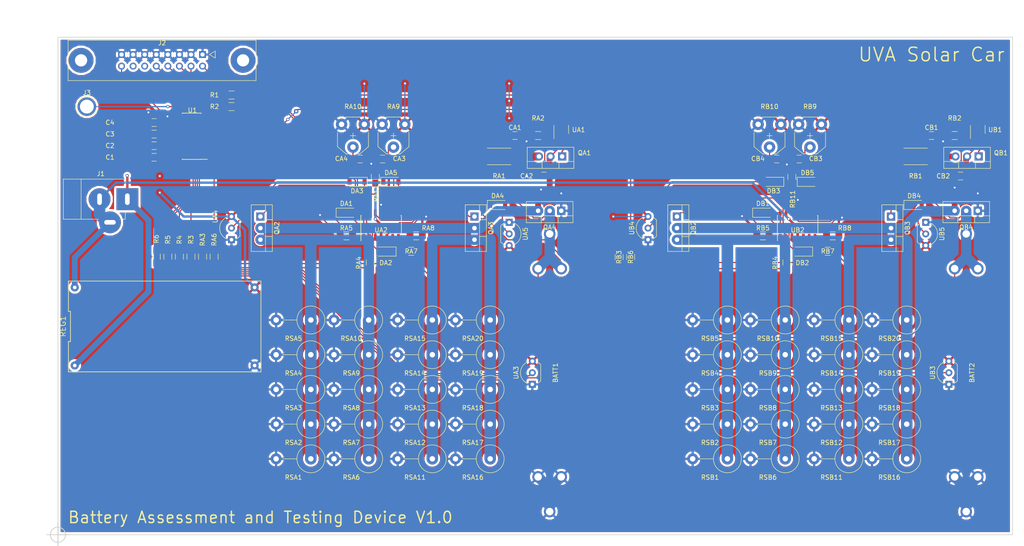
<source format=kicad_pcb>
(kicad_pcb (version 4) (host pcbnew 4.0.7)
  (layers (0 F.Cu signal hide) (31 B.Cu signal) (34 B.Paste user) (35 F.Paste user) (36 B.SilkS user) (37 F.SilkS user) (38 B.Mask user) (39 F.Mask user) (44 Edge.Cuts user))
  (net 0 "")
  (net 1 +5V)
  (net 2 GND)
  (net 3 BATT_A)
  (net 4 "Net-(CA2-Pad1)")
  (net 5 "Net-(CA3-Pad1)")
  (net 6 BATT_B)
  (net 7 "Net-(CB2-Pad1)")
  (net 8 "Net-(CB3-Pad1)")
  (net 9 "Net-(DA1-Pad1)")
  (net 10 "Net-(DA3-Pad2)")
  (net 11 "Net-(DB1-Pad1)")
  (net 12 "Net-(DB3-Pad2)")
  (net 13 CHARGE)
  (net 14 I_SET)
  (net 15 "Net-(J2-Pad12)")
  (net 16 "Net-(J2-Pad10)")
  (net 17 CELL_TEMP_A)
  (net 18 CELL_TEMP_B)
  (net 19 "Net-(QA1-Pad3)")
  (net 20 "Net-(QA1-Pad1)")
  (net 21 "Net-(QA2-Pad1)")
  (net 22 "Net-(QA3-Pad3)")
  (net 23 "Net-(QB3-Pad3)")
  (net 24 "Net-(QB1-Pad3)")
  (net 25 +9V)
  (net 26 "Net-(QB1-Pad1)")
  (net 27 "Net-(QB2-Pad1)")
  (net 28 "Net-(QA3-Pad1)")
  (net 29 "Net-(QB3-Pad1)")
  (net 30 "Net-(J2-Pad2)")
  (net 31 "Net-(J2-Pad4)")
  (net 32 "Net-(J2-Pad6)")
  (net 33 "Net-(J2-Pad8)")
  (net 34 VREF)
  (net 35 "Net-(CA4-Pad1)")
  (net 36 "Net-(CB4-Pad1)")
  (net 37 /TEST-UNIT-A/STOP)
  (net 38 "Net-(DA2-Pad1)")
  (net 39 "Net-(DA3-Pad1)")
  (net 40 "Net-(DA4-Pad2)")
  (net 41 "Net-(DA5-Pad2)")
  (net 42 /TEST-UNIT-B/STOP)
  (net 43 "Net-(DB2-Pad1)")
  (net 44 "Net-(DB3-Pad1)")
  (net 45 "Net-(DB4-Pad2)")
  (net 46 "Net-(DB5-Pad2)")
  (net 47 "Net-(QA2-Pad3)")
  (net 48 "Net-(QB2-Pad3)")
  (net 49 "Net-(R3-Pad1)")
  (net 50 "Net-(R5-Pad1)")
  (net 51 I_OUT_A)
  (net 52 I_OUT_B)
  (net 53 "Net-(U1-Pad7)")
  (net 54 "Net-(U1-Pad8)")
  (net 55 "Net-(R4-Pad1)")
  (net 56 "Net-(R6-Pad1)")
  (net 57 "Net-(J1-Pad1)")
  (net 58 "Net-(J2-Pad14)")
  (net 59 "Net-(J3-Pad1)")
  (module Capacitors_SMD:C_0805_HandSoldering (layer F.Cu) (at 247.65 59.69)
    (fp_text reference CB1 (at 0 -1.75) (layer F.SilkS))
    (fp_text value 10uF)
    (pad 1 smd rect (at -1.25 0) (size 1.5 1.25) (layers F.Cu F.Paste F.Mask) (net 1 +5V))
    (pad 2 smd rect (at 1.25 0) (size 1.5 1.25) (layers F.Cu F.Paste F.Mask) (net 2 GND))
  )
  (module TO_SOT_Packages_THT:TO-92_Inline_Wide (layer F.Cu) (at 246.38 78.74 270)
    (fp_text reference UB5 (at 2.54 -3.56 270) (layer F.SilkS))
    (fp_text value TMP36)
    (pad 2 thru_hole circle (at 2.54 0) (size 1.52 1.52) (drill 0.8) (layers *.Cu *.Mask) (net 45 "Net-(DB4-Pad2)"))
    (pad 3 thru_hole circle (at 5.08 0) (size 1.52 1.52) (drill 0.8) (layers *.Cu *.Mask) (net 1 +5V))
    (pad 1 thru_hole rect (at 0 0) (size 1.52 1.52) (drill 0.8) (layers *.Cu *.Mask) (net 2 GND))
  )
  (module TO_SOT_Packages_THT:TO-220-3_Vertical (layer F.Cu) (at 238.76 77.47 270)
    (fp_text reference QB3 (at 2.54 -3.62 270) (layer F.SilkS))
    (fp_text value IRFZ44N)
    (pad 1 thru_hole rect (at 0 0 270) (size 1.8 1.8) (drill 1) (layers *.Cu *.Mask) (net 29 "Net-(QB3-Pad1)"))
    (pad 2 thru_hole oval (at 2.54 0 270) (size 1.8 1.8) (drill 1) (layers *.Cu *.Mask) (net 7 "Net-(CB2-Pad1)"))
    (pad 3 thru_hole oval (at 5.08 0 270) (size 1.8 1.8) (drill 1) (layers *.Cu *.Mask) (net 23 "Net-(QB3-Pad3)"))
  )
  (module Resistors_THT:R_Axial_DIN0617_L17.0mm_D6.0mm_P7.62mm_Vertical (layer F.Cu) (at 242.210117 100.181117 180)
    (fp_text reference RSB20 (at 3.81 -4.06 180) (layer F.SilkS))
    (fp_text value 10)
    (pad 1 thru_hole circle (at 0 0 180) (size 2.4 2.4) (drill 1.2) (layers *.Cu *.Mask) (net 23 "Net-(QB3-Pad3)"))
    (pad 2 thru_hole oval (at 7.62 0 180) (size 2.4 2.4) (drill 1.2) (layers *.Cu *.Mask) (net 2 GND))
  )
  (module Resistors_THT:R_Axial_DIN0617_L17.0mm_D6.0mm_P7.62mm_Vertical (layer F.Cu) (at 242.210117 107.801117 180)
    (fp_text reference RSB19 (at 3.81 -4.06 180) (layer F.SilkS))
    (fp_text value 10)
    (pad 1 thru_hole circle (at 0 0 180) (size 2.4 2.4) (drill 1.2) (layers *.Cu *.Mask) (net 23 "Net-(QB3-Pad3)"))
    (pad 2 thru_hole oval (at 7.62 0 180) (size 2.4 2.4) (drill 1.2) (layers *.Cu *.Mask) (net 2 GND))
  )
  (module Resistors_THT:R_Axial_DIN0617_L17.0mm_D6.0mm_P7.62mm_Vertical (layer F.Cu) (at 229.510117 115.421117 180)
    (fp_text reference RSB13 (at 3.81 -4.06 180) (layer F.SilkS))
    (fp_text value 10)
    (pad 1 thru_hole circle (at 0 0 180) (size 2.4 2.4) (drill 1.2) (layers *.Cu *.Mask) (net 23 "Net-(QB3-Pad3)"))
    (pad 2 thru_hole oval (at 7.62 0 180) (size 2.4 2.4) (drill 1.2) (layers *.Cu *.Mask) (net 2 GND))
  )
  (module Resistors_THT:R_Axial_DIN0617_L17.0mm_D6.0mm_P7.62mm_Vertical (layer F.Cu) (at 229.510117 107.801117 180)
    (fp_text reference RSB14 (at 3.81 -4.06 180) (layer F.SilkS))
    (fp_text value 10)
    (pad 1 thru_hole circle (at 0 0 180) (size 2.4 2.4) (drill 1.2) (layers *.Cu *.Mask) (net 23 "Net-(QB3-Pad3)"))
    (pad 2 thru_hole oval (at 7.62 0 180) (size 2.4 2.4) (drill 1.2) (layers *.Cu *.Mask) (net 2 GND))
  )
  (module Resistors_THT:R_Axial_DIN0617_L17.0mm_D6.0mm_P7.62mm_Vertical (layer F.Cu) (at 229.510117 123.041117 180)
    (fp_text reference RSB12 (at 3.81 -4.06 180) (layer F.SilkS))
    (fp_text value 10)
    (pad 1 thru_hole circle (at 0 0 180) (size 2.4 2.4) (drill 1.2) (layers *.Cu *.Mask) (net 23 "Net-(QB3-Pad3)"))
    (pad 2 thru_hole oval (at 7.62 0 180) (size 2.4 2.4) (drill 1.2) (layers *.Cu *.Mask) (net 2 GND))
  )
  (module Resistors_THT:R_Axial_DIN0617_L17.0mm_D6.0mm_P7.62mm_Vertical (layer F.Cu) (at 229.510117 130.661117 180)
    (fp_text reference RSB11 (at 3.81 -4.06 180) (layer F.SilkS))
    (fp_text value 10)
    (pad 1 thru_hole circle (at 0 0 180) (size 2.4 2.4) (drill 1.2) (layers *.Cu *.Mask) (net 23 "Net-(QB3-Pad3)"))
    (pad 2 thru_hole oval (at 7.62 0 180) (size 2.4 2.4) (drill 1.2) (layers *.Cu *.Mask) (net 2 GND))
  )
  (module Resistors_THT:R_Axial_DIN0617_L17.0mm_D6.0mm_P7.62mm_Vertical (layer F.Cu) (at 229.510117 100.181117 180)
    (fp_text reference RSB15 (at 3.81 -4.06 180) (layer F.SilkS))
    (fp_text value 10)
    (pad 1 thru_hole circle (at 0 0 180) (size 2.4 2.4) (drill 1.2) (layers *.Cu *.Mask) (net 23 "Net-(QB3-Pad3)"))
    (pad 2 thru_hole oval (at 7.62 0 180) (size 2.4 2.4) (drill 1.2) (layers *.Cu *.Mask) (net 2 GND))
  )
  (module TO_SOT_Packages_THT:TO-92_Inline_Wide (layer F.Cu) (at 251.46 114.3 90)
    (fp_text reference UB3 (at 2.54 -3.56 90) (layer F.SilkS))
    (fp_text value TMP36)
    (pad 2 thru_hole circle (at 2.54 0 180) (size 1.52 1.52) (drill 0.8) (layers *.Cu *.Mask) (net 18 CELL_TEMP_B))
    (pad 3 thru_hole circle (at 5.08 0 180) (size 1.52 1.52) (drill 0.8) (layers *.Cu *.Mask) (net 1 +5V))
    (pad 1 thru_hole rect (at 0 0 180) (size 1.52 1.52) (drill 0.8) (layers *.Cu *.Mask) (net 2 GND))
  )
  (module Resistors_THT:R_Axial_DIN0617_L17.0mm_D6.0mm_P7.62mm_Vertical (layer F.Cu) (at 242.210117 123.041117 180)
    (fp_text reference RSB17 (at 3.81 -4.06 180) (layer F.SilkS))
    (fp_text value 10)
    (pad 1 thru_hole circle (at 0 0 180) (size 2.4 2.4) (drill 1.2) (layers *.Cu *.Mask) (net 23 "Net-(QB3-Pad3)"))
    (pad 2 thru_hole oval (at 7.62 0 180) (size 2.4 2.4) (drill 1.2) (layers *.Cu *.Mask) (net 2 GND))
  )
  (module Resistors_THT:R_Axial_DIN0617_L17.0mm_D6.0mm_P7.62mm_Vertical (layer F.Cu) (at 242.210117 130.661117 180)
    (fp_text reference RSB16 (at 3.81 -4.06 180) (layer F.SilkS))
    (fp_text value 10)
    (pad 1 thru_hole circle (at 0 0 180) (size 2.4 2.4) (drill 1.2) (layers *.Cu *.Mask) (net 23 "Net-(QB3-Pad3)"))
    (pad 2 thru_hole oval (at 7.62 0 180) (size 2.4 2.4) (drill 1.2) (layers *.Cu *.Mask) (net 2 GND))
  )
  (module Resistors_THT:R_Axial_DIN0617_L17.0mm_D6.0mm_P7.62mm_Vertical (layer F.Cu) (at 242.210117 115.421117 180)
    (fp_text reference RSB18 (at 3.81 -4.06 180) (layer F.SilkS))
    (fp_text value 10)
    (pad 1 thru_hole circle (at 0 0 180) (size 2.4 2.4) (drill 1.2) (layers *.Cu *.Mask) (net 23 "Net-(QB3-Pad3)"))
    (pad 2 thru_hole oval (at 7.62 0 180) (size 2.4 2.4) (drill 1.2) (layers *.Cu *.Mask) (net 2 GND))
  )
  (module Library:18650 (layer F.Cu) (at 255.27 111.76 270)
    (fp_text reference BATT2 (at 0 -1.27 270) (layer F.SilkS))
    (fp_text value Battery_Cell)
    (pad 2 thru_hole circle (at 30.48 0 270) (size 2.54 2.54) (drill 1.651) (layers *.Cu *.Mask) (net 2 GND))
    (pad 2 thru_hole circle (at 22.86 2.54 270) (size 2.54 2.54) (drill 1.651) (layers *.Cu *.Mask) (net 2 GND))
    (pad 2 thru_hole circle (at 22.86 -2.54 270) (size 2.54 2.54) (drill 1.651) (layers *.Cu *.Mask) (net 2 GND))
    (pad 1 thru_hole circle (at -30.48 0 270) (size 2.54 2.54) (drill 1.651) (layers *.Cu *.Mask) (net 6 BATT_B))
    (pad 1 thru_hole circle (at -22.86 2.54 270) (size 2.54 2.54) (drill 1.651) (layers *.Cu *.Mask) (net 6 BATT_B))
    (pad 1 thru_hole circle (at -22.86 -2.54 270) (size 2.54 2.54) (drill 1.651) (layers *.Cu *.Mask) (net 6 BATT_B))
  )
  (module Capacitors_SMD:C_0805_HandSoldering (layer F.Cu) (at 218.607005 64.839151 180)
    (fp_text reference CB3 (at -3.642995 0.069151 180) (layer F.SilkS))
    (fp_text value 100nF)
    (pad 1 smd rect (at -1.25 0 180) (size 1.5 1.25) (layers F.Cu F.Paste F.Mask) (net 8 "Net-(CB3-Pad1)"))
    (pad 2 smd rect (at 1.25 0 180) (size 1.5 1.25) (layers F.Cu F.Paste F.Mask) (net 2 GND))
  )
  (module Diodes_SMD:D_SOD-123 (layer F.Cu) (at 220.418546 69.85)
    (fp_text reference DB5 (at 0 -2) (layer F.SilkS))
    (fp_text value D)
    (pad 1 smd rect (at -1.65 0) (size 0.9 1.2) (layers F.Cu F.Paste F.Mask) (net 44 "Net-(DB3-Pad1)"))
    (pad 2 smd rect (at 1.65 0) (size 0.9 1.2) (layers F.Cu F.Paste F.Mask) (net 46 "Net-(DB5-Pad2)"))
  )
  (module Diodes_SMD:D_SOD-123 (layer F.Cu) (at 219.297429 85.159151 180)
    (fp_text reference DB2 (at 0 -2.470849 180) (layer F.SilkS))
    (fp_text value D)
    (pad 1 smd rect (at -1.65 0 180) (size 0.9 1.2) (layers F.Cu F.Paste F.Mask) (net 43 "Net-(DB2-Pad1)"))
    (pad 2 smd rect (at 1.65 0 180) (size 0.9 1.2) (layers F.Cu F.Paste F.Mask) (net 42 /TEST-UNIT-B/STOP))
  )
  (module Resistors_SMD:R_0805_HandSoldering (layer F.Cu) (at 225.958546 81.709034 180)
    (fp_text reference RB8 (at -2.641454 1.699034 180) (layer F.SilkS))
    (fp_text value 47k)
    (pad 1 smd rect (at -1.35 0 180) (size 1.5 1.3) (layers F.Cu F.Paste F.Mask) (net 2 GND))
    (pad 2 smd rect (at 1.35 0 180) (size 1.5 1.3) (layers F.Cu F.Paste F.Mask) (net 29 "Net-(QB3-Pad1)"))
  )
  (module Housings_SOIC:SOIC-14_3.9x8.7mm_Pitch1.27mm (layer F.Cu) (at 218.258546 79.329034 90)
    (fp_text reference UB2 (at -1.11 0 180) (layer F.SilkS))
    (fp_text value LM324)
    (pad 1 smd rect (at -2.7 -3.81 90) (size 1.5 0.6) (layers F.Cu F.Paste F.Mask) (net 27 "Net-(QB2-Pad1)"))
    (pad 2 smd rect (at -2.7 -2.54 90) (size 1.5 0.6) (layers F.Cu F.Paste F.Mask) (net 11 "Net-(DB1-Pad1)"))
    (pad 3 smd rect (at -2.7 -1.27 90) (size 1.5 0.6) (layers F.Cu F.Paste F.Mask) (net 14 I_SET))
    (pad 4 smd rect (at -2.7 0 90) (size 1.5 0.6) (layers F.Cu F.Paste F.Mask) (net 25 +9V))
    (pad 5 smd rect (at -2.7 1.27 90) (size 1.5 0.6) (layers F.Cu F.Paste F.Mask) (net 14 I_SET))
    (pad 6 smd rect (at -2.7 2.54 90) (size 1.5 0.6) (layers F.Cu F.Paste F.Mask) (net 43 "Net-(DB2-Pad1)"))
    (pad 7 smd rect (at -2.7 3.81 90) (size 1.5 0.6) (layers F.Cu F.Paste F.Mask) (net 29 "Net-(QB3-Pad1)"))
    (pad 8 smd rect (at 2.7 3.81 90) (size 1.5 0.6) (layers F.Cu F.Paste F.Mask) (net 46 "Net-(DB5-Pad2)"))
    (pad 9 smd rect (at 2.7 2.54 90) (size 1.5 0.6) (layers F.Cu F.Paste F.Mask) (net 6 BATT_B))
    (pad 10 smd rect (at 2.7 1.27 90) (size 1.5 0.6) (layers F.Cu F.Paste F.Mask) (net 8 "Net-(CB3-Pad1)"))
    (pad 11 smd rect (at 2.7 0 90) (size 1.5 0.6) (layers F.Cu F.Paste F.Mask) (net 2 GND))
    (pad 12 smd rect (at 2.7 -1.27 90) (size 1.5 0.6) (layers F.Cu F.Paste F.Mask) (net 44 "Net-(DB3-Pad1)"))
    (pad 13 smd rect (at 2.7 -2.54 90) (size 1.5 0.6) (layers F.Cu F.Paste F.Mask) (net 36 "Net-(CB4-Pad1)"))
    (pad 14 smd rect (at 2.7 -3.81 90) (size 1.5 0.6) (layers F.Cu F.Paste F.Mask) (net 42 /TEST-UNIT-B/STOP))
  )
  (module Potentiometers:Potentiometer_Trimmer_VishaySpectrol_Econtrim-Type36M (layer F.Cu) (at 223.48 57.23 180)
    (fp_text reference RB9 (at 2.5 3.89 180) (layer F.SilkS))
    (fp_text value POT)
    (pad 2 thru_hole circle (at 2.5 -5 180) (size 2.5 2.5) (drill 1.2) (layers *.Cu *.Mask) (net 8 "Net-(CB3-Pad1)"))
    (pad 3 thru_hole circle (at 5 0 180) (size 2.5 2.5) (drill 1.2) (layers *.Cu *.Mask) (net 2 GND))
    (pad 1 thru_hole circle (at 0 0 180) (size 2.5 2.5) (drill 1.2) (layers *.Cu *.Mask) (net 1 +5V))
  )
  (module Resistors_SMD:R_0805_HandSoldering (layer F.Cu) (at 215.9 87.55 90)
    (fp_text reference RB4 (at -0.08 -2.54 90) (layer F.SilkS))
    (fp_text value 47k)
    (pad 1 smd rect (at -1.35 0 90) (size 1.5 1.3) (layers F.Cu F.Paste F.Mask) (net 48 "Net-(QB2-Pad3)"))
    (pad 2 smd rect (at 1.35 0 90) (size 1.5 1.3) (layers F.Cu F.Paste F.Mask) (net 11 "Net-(DB1-Pad1)"))
  )
  (module Resistors_SMD:R_0805_HandSoldering (layer F.Cu) (at 224.87 85.09 180)
    (fp_text reference RB7 (at 0 0 180) (layer F.SilkS))
    (fp_text value 47k)
    (pad 1 smd rect (at -1.35 0 180) (size 1.5 1.3) (layers F.Cu F.Paste F.Mask) (net 23 "Net-(QB3-Pad3)"))
    (pad 2 smd rect (at 1.35 0 180) (size 1.5 1.3) (layers F.Cu F.Paste F.Mask) (net 43 "Net-(DB2-Pad1)"))
  )
  (module Resistors_THT:R_Axial_DIN0617_L17.0mm_D6.0mm_P7.62mm_Vertical (layer F.Cu) (at 215.540117 130.661117 180)
    (fp_text reference RSB6 (at 3.81 -4.06 180) (layer F.SilkS))
    (fp_text value 10)
    (pad 1 thru_hole circle (at 0 0 180) (size 2.4 2.4) (drill 1.2) (layers *.Cu *.Mask) (net 48 "Net-(QB2-Pad3)"))
    (pad 2 thru_hole oval (at 7.62 0 180) (size 2.4 2.4) (drill 1.2) (layers *.Cu *.Mask) (net 2 GND))
  )
  (module Resistors_THT:R_Axial_DIN0617_L17.0mm_D6.0mm_P7.62mm_Vertical (layer F.Cu) (at 202.840117 123.041117 180)
    (fp_text reference RSB2 (at 3.81 -4.06 180) (layer F.SilkS))
    (fp_text value 10)
    (pad 1 thru_hole circle (at 0 0 180) (size 2.4 2.4) (drill 1.2) (layers *.Cu *.Mask) (net 48 "Net-(QB2-Pad3)"))
    (pad 2 thru_hole oval (at 7.62 0 180) (size 2.4 2.4) (drill 1.2) (layers *.Cu *.Mask) (net 2 GND))
  )
  (module Resistors_THT:R_Axial_DIN0617_L17.0mm_D6.0mm_P7.62mm_Vertical (layer F.Cu) (at 215.540117 123.041117 180)
    (fp_text reference RSB7 (at 3.81 -4.06 180) (layer F.SilkS))
    (fp_text value 10)
    (pad 1 thru_hole circle (at 0 0 180) (size 2.4 2.4) (drill 1.2) (layers *.Cu *.Mask) (net 48 "Net-(QB2-Pad3)"))
    (pad 2 thru_hole oval (at 7.62 0 180) (size 2.4 2.4) (drill 1.2) (layers *.Cu *.Mask) (net 2 GND))
  )
  (module Resistors_THT:R_Axial_DIN0617_L17.0mm_D6.0mm_P7.62mm_Vertical (layer F.Cu) (at 202.840117 130.661117 180)
    (fp_text reference RSB1 (at 3.81 -4.06 180) (layer F.SilkS))
    (fp_text value 10)
    (pad 1 thru_hole circle (at 0 0 180) (size 2.4 2.4) (drill 1.2) (layers *.Cu *.Mask) (net 48 "Net-(QB2-Pad3)"))
    (pad 2 thru_hole oval (at 7.62 0 180) (size 2.4 2.4) (drill 1.2) (layers *.Cu *.Mask) (net 2 GND))
  )
  (module Diodes_SMD:D_SOD-123 (layer F.Cu) (at 243.84 74.93)
    (fp_text reference DB4 (at 0 -2) (layer F.SilkS))
    (fp_text value D)
    (pad 1 smd rect (at -1.65 0) (size 0.9 1.2) (layers F.Cu F.Paste F.Mask) (net 44 "Net-(DB3-Pad1)"))
    (pad 2 smd rect (at 1.65 0) (size 0.9 1.2) (layers F.Cu F.Paste F.Mask) (net 45 "Net-(DB4-Pad2)"))
  )
  (module Resistors_SMD:R_0805_HandSoldering (layer F.Cu) (at 252.73 59.69 180)
    (fp_text reference RB2 (at 0 3.81 180) (layer F.SilkS))
    (fp_text value 47k)
    (pad 1 smd rect (at -1.35 0 180) (size 1.5 1.3) (layers F.Cu F.Paste F.Mask) (net 13 CHARGE))
    (pad 2 smd rect (at 1.35 0 180) (size 1.5 1.3) (layers F.Cu F.Paste F.Mask) (net 2 GND))
  )
  (module TO_SOT_Packages_THT:TO-220-3_Vertical (layer F.Cu) (at 257.81 76.2 180)
    (fp_text reference QB4 (at 2.54 -3.62 180) (layer F.SilkS))
    (fp_text value IPP45P03P4L-11)
    (pad 1 thru_hole rect (at 0 0 180) (size 1.8 1.8) (drill 1) (layers *.Cu *.Mask) (net 2 GND))
    (pad 2 thru_hole oval (at 2.54 0 180) (size 1.8 1.8) (drill 1) (layers *.Cu *.Mask) (net 6 BATT_B))
    (pad 3 thru_hole oval (at 5.08 0 180) (size 1.8 1.8) (drill 1) (layers *.Cu *.Mask) (net 7 "Net-(CB2-Pad1)"))
  )
  (module TO_SOT_Packages_SMD:SOT-23-6_Handsoldering (layer F.Cu) (at 257.81 58.34 90)
    (fp_text reference UB1 (at -0.08 3.81 180) (layer F.SilkS))
    (fp_text value MCP73826)
    (pad 1 smd rect (at -1.35 -0.95 90) (size 1.56 0.65) (layers F.Cu F.Paste F.Mask) (net 13 CHARGE))
    (pad 2 smd rect (at -1.35 0 90) (size 1.56 0.65) (layers F.Cu F.Paste F.Mask) (net 2 GND))
    (pad 3 smd rect (at -1.35 0.95 90) (size 1.56 0.65) (layers F.Cu F.Paste F.Mask) (net 7 "Net-(CB2-Pad1)"))
    (pad 4 smd rect (at 1.35 0.95 90) (size 1.56 0.65) (layers F.Cu F.Paste F.Mask) (net 26 "Net-(QB1-Pad1)"))
    (pad 6 smd rect (at 1.35 -0.95 90) (size 1.56 0.65) (layers F.Cu F.Paste F.Mask) (net 24 "Net-(QB1-Pad3)"))
    (pad 5 smd rect (at 1.35 0 90) (size 1.56 0.65) (layers F.Cu F.Paste F.Mask) (net 1 +5V))
  )
  (module Capacitors_SMD:C_0805_HandSoldering (layer F.Cu) (at 254.02 68.58 180)
    (fp_text reference CB2 (at 3.81 0 180) (layer F.SilkS))
    (fp_text value 10uF)
    (pad 1 smd rect (at -1.25 0 180) (size 1.5 1.25) (layers F.Cu F.Paste F.Mask) (net 7 "Net-(CB2-Pad1)"))
    (pad 2 smd rect (at 1.25 0 180) (size 1.5 1.25) (layers F.Cu F.Paste F.Mask) (net 2 GND))
  )
  (module TO_SOT_Packages_THT:TO-220-3_Vertical (layer F.Cu) (at 257.997114 64.27879 180)
    (fp_text reference QB1 (at -4.892886 0.77879 180) (layer F.SilkS))
    (fp_text value IPP45P03P4L-11)
    (pad 1 thru_hole rect (at 0 0 180) (size 1.8 1.8) (drill 1) (layers *.Cu *.Mask) (net 26 "Net-(QB1-Pad1)"))
    (pad 2 thru_hole oval (at 2.54 0 180) (size 1.8 1.8) (drill 1) (layers *.Cu *.Mask) (net 7 "Net-(CB2-Pad1)"))
    (pad 3 thru_hole oval (at 5.08 0 180) (size 1.8 1.8) (drill 1) (layers *.Cu *.Mask) (net 24 "Net-(QB1-Pad3)"))
  )
  (module Resistors_SMD:R_2512_HandSoldering (layer F.Cu) (at 244.167114 64.27879)
    (fp_text reference RB1 (at 0 4.30121) (layer F.SilkS))
    (fp_text value 50m)
    (pad 1 smd rect (at -3.95 0) (size 2.7 3.2) (layers F.Cu F.Paste F.Mask) (net 1 +5V))
    (pad 2 smd rect (at 3.95 0) (size 2.7 3.2) (layers F.Cu F.Paste F.Mask) (net 24 "Net-(QB1-Pad3)"))
  )
  (module Resistors_THT:R_Axial_DIN0617_L17.0mm_D6.0mm_P7.62mm_Vertical (layer F.Cu) (at 202.840117 115.421117 180)
    (fp_text reference RSB3 (at 3.81 -4.06 180) (layer F.SilkS))
    (fp_text value 10)
    (pad 1 thru_hole circle (at 0 0 180) (size 2.4 2.4) (drill 1.2) (layers *.Cu *.Mask) (net 48 "Net-(QB2-Pad3)"))
    (pad 2 thru_hole oval (at 7.62 0 180) (size 2.4 2.4) (drill 1.2) (layers *.Cu *.Mask) (net 2 GND))
  )
  (module Resistors_THT:R_Axial_DIN0617_L17.0mm_D6.0mm_P7.62mm_Vertical (layer F.Cu) (at 215.540117 107.801117 180)
    (fp_text reference RSB9 (at 3.81 -4.06 180) (layer F.SilkS))
    (fp_text value 10)
    (pad 1 thru_hole circle (at 0 0 180) (size 2.4 2.4) (drill 1.2) (layers *.Cu *.Mask) (net 48 "Net-(QB2-Pad3)"))
    (pad 2 thru_hole oval (at 7.62 0 180) (size 2.4 2.4) (drill 1.2) (layers *.Cu *.Mask) (net 2 GND))
  )
  (module Resistors_THT:R_Axial_DIN0617_L17.0mm_D6.0mm_P7.62mm_Vertical (layer F.Cu) (at 202.840117 107.801117 180)
    (fp_text reference RSB4 (at 3.81 -4.06 180) (layer F.SilkS))
    (fp_text value 10)
    (pad 1 thru_hole circle (at 0 0 180) (size 2.4 2.4) (drill 1.2) (layers *.Cu *.Mask) (net 48 "Net-(QB2-Pad3)"))
    (pad 2 thru_hole oval (at 7.62 0 180) (size 2.4 2.4) (drill 1.2) (layers *.Cu *.Mask) (net 2 GND))
  )
  (module Resistors_THT:R_Axial_DIN0617_L17.0mm_D6.0mm_P7.62mm_Vertical (layer F.Cu) (at 215.540117 115.421117 180)
    (fp_text reference RSB8 (at 3.81 -4.06 180) (layer F.SilkS))
    (fp_text value 10)
    (pad 1 thru_hole circle (at 0 0 180) (size 2.4 2.4) (drill 1.2) (layers *.Cu *.Mask) (net 48 "Net-(QB2-Pad3)"))
    (pad 2 thru_hole oval (at 7.62 0 180) (size 2.4 2.4) (drill 1.2) (layers *.Cu *.Mask) (net 2 GND))
  )
  (module Resistors_THT:R_Axial_DIN0617_L17.0mm_D6.0mm_P7.62mm_Vertical (layer F.Cu) (at 202.840117 100.181117 180)
    (fp_text reference RSB5 (at 3.81 -4.06 180) (layer F.SilkS))
    (fp_text value 10)
    (pad 1 thru_hole circle (at 0 0 180) (size 2.4 2.4) (drill 1.2) (layers *.Cu *.Mask) (net 48 "Net-(QB2-Pad3)"))
    (pad 2 thru_hole oval (at 7.62 0 180) (size 2.4 2.4) (drill 1.2) (layers *.Cu *.Mask) (net 2 GND))
  )
  (module Resistors_THT:R_Axial_DIN0617_L17.0mm_D6.0mm_P7.62mm_Vertical (layer F.Cu) (at 215.540117 100.181117 180)
    (fp_text reference RSB10 (at 3.81 -4.06 180) (layer F.SilkS))
    (fp_text value 10)
    (pad 1 thru_hole circle (at 0 0 180) (size 2.4 2.4) (drill 1.2) (layers *.Cu *.Mask) (net 48 "Net-(QB2-Pad3)"))
    (pad 2 thru_hole oval (at 7.62 0 180) (size 2.4 2.4) (drill 1.2) (layers *.Cu *.Mask) (net 2 GND))
  )
  (module Potentiometers:Potentiometer_Trimmer_VishaySpectrol_Econtrim-Type36M (layer F.Cu) (at 214.59 57.23 180)
    (fp_text reference RB10 (at 2.5 3.89 180) (layer F.SilkS))
    (fp_text value POT)
    (pad 2 thru_hole circle (at 2.5 -5 180) (size 2.5 2.5) (drill 1.2) (layers *.Cu *.Mask) (net 36 "Net-(CB4-Pad1)"))
    (pad 3 thru_hole circle (at 5 0 180) (size 2.5 2.5) (drill 1.2) (layers *.Cu *.Mask) (net 2 GND))
    (pad 1 thru_hole circle (at 0 0 180) (size 2.5 2.5) (drill 1.2) (layers *.Cu *.Mask) (net 1 +5V))
  )
  (module Resistors_SMD:R_0805_HandSoldering (layer F.Cu) (at 210.638546 81.709034)
    (fp_text reference RB5 (at 0 -1.7) (layer F.SilkS))
    (fp_text value 47k)
    (pad 1 smd rect (at -1.35 0) (size 1.5 1.3) (layers F.Cu F.Paste F.Mask) (net 2 GND))
    (pad 2 smd rect (at 1.35 0) (size 1.5 1.3) (layers F.Cu F.Paste F.Mask) (net 27 "Net-(QB2-Pad1)"))
  )
  (module Capacitors_SMD:C_0805_HandSoldering (layer F.Cu) (at 213.673845 64.839151)
    (fp_text reference CB4 (at -4.123845 -0.069151) (layer F.SilkS))
    (fp_text value 100nF)
    (pad 1 smd rect (at -1.25 0) (size 1.5 1.25) (layers F.Cu F.Paste F.Mask) (net 36 "Net-(CB4-Pad1)"))
    (pad 2 smd rect (at 1.25 0) (size 1.5 1.25) (layers F.Cu F.Paste F.Mask) (net 2 GND))
  )
  (module Resistors_SMD:R_0805_HandSoldering (layer F.Cu) (at 216.988546 68.77 270)
    (fp_text reference RB11 (at 4.89 -0.181454 270) (layer F.SilkS))
    (fp_text value 10k)
    (pad 1 smd rect (at -1.35 0 270) (size 1.5 1.3) (layers F.Cu F.Paste F.Mask) (net 2 GND))
    (pad 2 smd rect (at 1.35 0 270) (size 1.5 1.3) (layers F.Cu F.Paste F.Mask) (net 44 "Net-(DB3-Pad1)"))
  )
  (module Diodes_SMD:D_SOD-123 (layer F.Cu) (at 212.98 69.85 180)
    (fp_text reference DB3 (at 0 -2 180) (layer F.SilkS))
    (fp_text value D)
    (pad 1 smd rect (at -1.65 0 180) (size 0.9 1.2) (layers F.Cu F.Paste F.Mask) (net 44 "Net-(DB3-Pad1)"))
    (pad 2 smd rect (at 1.65 0 180) (size 0.9 1.2) (layers F.Cu F.Paste F.Mask) (net 12 "Net-(DB3-Pad2)"))
  )
  (module Diodes_SMD:D_SOD-123 (layer F.Cu) (at 210.638546 76.629034)
    (fp_text reference DB1 (at 0 -2) (layer F.SilkS))
    (fp_text value D)
    (pad 1 smd rect (at -1.65 0) (size 0.9 1.2) (layers F.Cu F.Paste F.Mask) (net 11 "Net-(DB1-Pad1)"))
    (pad 2 smd rect (at 1.65 0) (size 0.9 1.2) (layers F.Cu F.Paste F.Mask) (net 42 /TEST-UNIT-B/STOP))
  )
  (module TO_SOT_Packages_THT:TO-220-3_Vertical (layer F.Cu) (at 191.77 77.47 270)
    (fp_text reference QB2 (at 2.54 -3.62 270) (layer F.SilkS))
    (fp_text value IRFZ44N)
    (pad 1 thru_hole rect (at 0 0 270) (size 1.8 1.8) (drill 1) (layers *.Cu *.Mask) (net 27 "Net-(QB2-Pad1)"))
    (pad 2 thru_hole oval (at 2.54 0 270) (size 1.8 1.8) (drill 1) (layers *.Cu *.Mask) (net 7 "Net-(CB2-Pad1)"))
    (pad 3 thru_hole oval (at 5.08 0 270) (size 1.8 1.8) (drill 1) (layers *.Cu *.Mask) (net 48 "Net-(QB2-Pad3)"))
  )
  (module TO_SOT_Packages_THT:TO-92_Inline_Wide (layer F.Cu) (at 185.42 82.55 90)
    (fp_text reference UB4 (at 2.54 -3.56 90) (layer F.SilkS))
    (fp_text value TMP36)
    (pad 2 thru_hole circle (at 2.54 0 180) (size 1.52 1.52) (drill 0.8) (layers *.Cu *.Mask) (net 12 "Net-(DB3-Pad2)"))
    (pad 3 thru_hole circle (at 5.08 0 180) (size 1.52 1.52) (drill 0.8) (layers *.Cu *.Mask) (net 1 +5V))
    (pad 1 thru_hole rect (at 0 0 180) (size 1.52 1.52) (drill 0.8) (layers *.Cu *.Mask) (net 2 GND))
  )
  (module Diodes_SMD:D_SOD-123 (layer F.Cu) (at 152.4 74.93)
    (fp_text reference DA4 (at 0 -2) (layer F.SilkS))
    (fp_text value D)
    (pad 1 smd rect (at -1.65 0) (size 0.9 1.2) (layers F.Cu F.Paste F.Mask) (net 39 "Net-(DA3-Pad1)"))
    (pad 2 smd rect (at 1.65 0) (size 0.9 1.2) (layers F.Cu F.Paste F.Mask) (net 40 "Net-(DA4-Pad2)"))
  )
  (module Connectors:he10-16d (layer F.Cu) (at 87.63 41.91 180)
    (fp_text reference J2 (at 8.89 2.54 180) (layer F.SilkS))
    (fp_text value Conn_02x08_Odd_Even)
    (pad 0 thru_hole circle (at -8.89 -1.27 180) (size 5.46 5.46) (drill 2.69) (layers *.Cu *.Mask))
    (pad 0 thru_hole circle (at 26.67 -1.27 180) (size 5.46 5.46) (drill 2.69) (layers *.Cu *.Mask))
    (pad 1 thru_hole rect (at 0 0 180) (size 1.52 1.52) (drill 0.91) (layers *.Cu *.Mask) (net 2 GND))
    (pad 2 thru_hole circle (at 0 -2.54 180) (size 1.52 1.52) (drill 0.91) (layers *.Cu *.Mask) (net 30 "Net-(J2-Pad2)"))
    (pad 3 thru_hole circle (at 2.54 0 180) (size 1.52 1.52) (drill 0.91) (layers *.Cu *.Mask) (net 2 GND))
    (pad 4 thru_hole circle (at 2.54 -2.54 180) (size 1.52 1.52) (drill 0.91) (layers *.Cu *.Mask) (net 31 "Net-(J2-Pad4)"))
    (pad 5 thru_hole circle (at 5.08 0 180) (size 1.52 1.52) (drill 0.91) (layers *.Cu *.Mask) (net 2 GND))
    (pad 6 thru_hole circle (at 5.08 -2.54 180) (size 1.52 1.52) (drill 0.91) (layers *.Cu *.Mask) (net 32 "Net-(J2-Pad6)"))
    (pad 7 thru_hole circle (at 7.62 0 180) (size 1.52 1.52) (drill 0.91) (layers *.Cu *.Mask) (net 2 GND))
    (pad 8 thru_hole circle (at 7.62 -2.54 180) (size 1.52 1.52) (drill 0.91) (layers *.Cu *.Mask) (net 33 "Net-(J2-Pad8)"))
    (pad 9 thru_hole circle (at 10.16 0 180) (size 1.52 1.52) (drill 0.91) (layers *.Cu *.Mask) (net 2 GND))
    (pad 10 thru_hole circle (at 10.16 -2.54 180) (size 1.52 1.52) (drill 0.91) (layers *.Cu *.Mask) (net 16 "Net-(J2-Pad10)"))
    (pad 11 thru_hole circle (at 12.7 0 180) (size 1.52 1.52) (drill 0.91) (layers *.Cu *.Mask) (net 2 GND))
    (pad 12 thru_hole circle (at 12.7 -2.54 180) (size 1.52 1.52) (drill 0.91) (layers *.Cu *.Mask) (net 15 "Net-(J2-Pad12)"))
    (pad 13 thru_hole circle (at 15.24 0 180) (size 1.52 1.52) (drill 0.91) (layers *.Cu *.Mask) (net 2 GND))
    (pad 14 thru_hole circle (at 15.24 -2.54 180) (size 1.52 1.52) (drill 0.91) (layers *.Cu *.Mask) (net 58 "Net-(J2-Pad14)"))
    (pad 15 thru_hole circle (at 17.78 0 180) (size 1.52 1.52) (drill 0.91) (layers *.Cu *.Mask) (net 2 GND))
    (pad 16 thru_hole circle (at 17.78 -2.54 180) (size 1.52 1.52) (drill 0.91) (layers *.Cu *.Mask) (net 34 VREF))
  )
  (module Capacitors_SMD:C_0805_HandSoldering (layer F.Cu) (at 76.9941 64.456282 180)
    (fp_text reference C1 (at 9.6841 0 180) (layer F.SilkS))
    (fp_text value 10uF)
    (pad 1 smd rect (at -1.25 0 180) (size 1.5 1.25) (layers F.Cu F.Paste F.Mask) (net 1 +5V))
    (pad 2 smd rect (at 1.25 0 180) (size 1.5 1.25) (layers F.Cu F.Paste F.Mask) (net 2 GND))
  )
  (module Capacitors_SMD:C_0805_HandSoldering (layer F.Cu) (at 76.9941 61.916282 180)
    (fp_text reference C2 (at 9.6841 0 180) (layer F.SilkS))
    (fp_text value 100nF)
    (pad 1 smd rect (at -1.25 0 180) (size 1.5 1.25) (layers F.Cu F.Paste F.Mask) (net 1 +5V))
    (pad 2 smd rect (at 1.25 0 180) (size 1.5 1.25) (layers F.Cu F.Paste F.Mask) (net 2 GND))
  )
  (module Capacitors_SMD:C_0805_HandSoldering (layer F.Cu) (at 76.9941 59.376282)
    (fp_text reference C3 (at -9.6841 0) (layer F.SilkS))
    (fp_text value 10uF)
    (pad 1 smd rect (at -1.25 0) (size 1.5 1.25) (layers F.Cu F.Paste F.Mask) (net 2 GND))
    (pad 2 smd rect (at 1.25 0) (size 1.5 1.25) (layers F.Cu F.Paste F.Mask) (net 34 VREF))
  )
  (module Capacitors_SMD:C_0805_HandSoldering (layer F.Cu) (at 76.9941 56.836282)
    (fp_text reference C4 (at -9.6841 0 180) (layer F.SilkS))
    (fp_text value 100nF)
    (pad 1 smd rect (at -1.25 0) (size 1.5 1.25) (layers F.Cu F.Paste F.Mask) (net 2 GND))
    (pad 2 smd rect (at 1.25 0) (size 1.5 1.25) (layers F.Cu F.Paste F.Mask) (net 34 VREF))
  )
  (module Capacitors_SMD:C_0805_HandSoldering (layer F.Cu) (at 156.21 59.69)
    (fp_text reference CA1 (at 0 -1.75) (layer F.SilkS))
    (fp_text value 10uF)
    (pad 1 smd rect (at -1.25 0) (size 1.5 1.25) (layers F.Cu F.Paste F.Mask) (net 1 +5V))
    (pad 2 smd rect (at 1.25 0) (size 1.5 1.25) (layers F.Cu F.Paste F.Mask) (net 2 GND))
  )
  (module Capacitors_SMD:C_0805_HandSoldering (layer F.Cu) (at 162.58 68.58 180)
    (fp_text reference CA2 (at 3.81 0 180) (layer F.SilkS))
    (fp_text value 10uF)
    (pad 1 smd rect (at -1.25 0 180) (size 1.5 1.25) (layers F.Cu F.Paste F.Mask) (net 4 "Net-(CA2-Pad1)"))
    (pad 2 smd rect (at 1.25 0 180) (size 1.5 1.25) (layers F.Cu F.Paste F.Mask) (net 2 GND))
  )
  (module Capacitors_SMD:C_0805_HandSoldering (layer F.Cu) (at 127.167005 64.839151 180)
    (fp_text reference CA3 (at -3.642995 0.069151 180) (layer F.SilkS))
    (fp_text value 100nF)
    (pad 1 smd rect (at -1.25 0 180) (size 1.5 1.25) (layers F.Cu F.Paste F.Mask) (net 5 "Net-(CA3-Pad1)"))
    (pad 2 smd rect (at 1.25 0 180) (size 1.5 1.25) (layers F.Cu F.Paste F.Mask) (net 2 GND))
  )
  (module Capacitors_SMD:C_0805_HandSoldering (layer F.Cu) (at 122.233845 64.839151)
    (fp_text reference CA4 (at -4.123845 -0.069151) (layer F.SilkS))
    (fp_text value 100nF)
    (pad 1 smd rect (at -1.25 0) (size 1.5 1.25) (layers F.Cu F.Paste F.Mask) (net 35 "Net-(CA4-Pad1)"))
    (pad 2 smd rect (at 1.25 0) (size 1.5 1.25) (layers F.Cu F.Paste F.Mask) (net 2 GND))
  )
  (module Diodes_SMD:D_SOD-123 (layer F.Cu) (at 119.198546 76.629034)
    (fp_text reference DA1 (at 0 -2) (layer F.SilkS))
    (fp_text value D)
    (pad 1 smd rect (at -1.65 0) (size 0.9 1.2) (layers F.Cu F.Paste F.Mask) (net 9 "Net-(DA1-Pad1)"))
    (pad 2 smd rect (at 1.65 0) (size 0.9 1.2) (layers F.Cu F.Paste F.Mask) (net 37 /TEST-UNIT-A/STOP))
  )
  (module Diodes_SMD:D_SOD-123 (layer F.Cu) (at 127.857429 85.159151 180)
    (fp_text reference DA2 (at 0 -2.470849 180) (layer F.SilkS))
    (fp_text value D)
    (pad 1 smd rect (at -1.65 0 180) (size 0.9 1.2) (layers F.Cu F.Paste F.Mask) (net 38 "Net-(DA2-Pad1)"))
    (pad 2 smd rect (at 1.65 0 180) (size 0.9 1.2) (layers F.Cu F.Paste F.Mask) (net 37 /TEST-UNIT-A/STOP))
  )
  (module Diodes_SMD:D_SOD-123 (layer F.Cu) (at 121.54 69.85 180)
    (fp_text reference DA3 (at 0 -2 180) (layer F.SilkS))
    (fp_text value D)
    (pad 1 smd rect (at -1.65 0 180) (size 0.9 1.2) (layers F.Cu F.Paste F.Mask) (net 39 "Net-(DA3-Pad1)"))
    (pad 2 smd rect (at 1.65 0 180) (size 0.9 1.2) (layers F.Cu F.Paste F.Mask) (net 10 "Net-(DA3-Pad2)"))
  )
  (module Diodes_SMD:D_SOD-123 (layer F.Cu) (at 128.978546 69.85)
    (fp_text reference DA5 (at 0 -2) (layer F.SilkS))
    (fp_text value D)
    (pad 1 smd rect (at -1.65 0) (size 0.9 1.2) (layers F.Cu F.Paste F.Mask) (net 39 "Net-(DA3-Pad1)"))
    (pad 2 smd rect (at 1.65 0) (size 0.9 1.2) (layers F.Cu F.Paste F.Mask) (net 41 "Net-(DA5-Pad2)"))
  )
  (module Connectors:JACK_ALIM (layer F.Cu) (at 71.12 73.66)
    (fp_text reference J1 (at -5.84 -5.59) (layer F.SilkS))
    (fp_text value Barrel_Jack)
    (pad 2 thru_hole circle (at -6.1 0) (size 4.8 4.8) (drill oval 1.02 2.54) (layers *.Cu *.Mask) (net 25 +9V))
    (pad 1 thru_hole rect (at 0 0) (size 4.8 4.8) (drill oval 1.02 2.54) (layers *.Cu *.Mask) (net 57 "Net-(J1-Pad1)"))
    (pad 3 thru_hole circle (at -3.81 5.08) (size 4.8 4.8) (drill oval 2.54 1.02) (layers *.Cu *.Mask) (net 25 +9V))
  )
  (module TO_SOT_Packages_THT:TO-220-3_Vertical (layer F.Cu) (at 166.557114 64.27879 180)
    (fp_text reference QA1 (at -4.892886 0.77879 180) (layer F.SilkS))
    (fp_text value IPP45P03P4L-11)
    (pad 1 thru_hole rect (at 0 0 180) (size 1.8 1.8) (drill 1) (layers *.Cu *.Mask) (net 20 "Net-(QA1-Pad1)"))
    (pad 2 thru_hole oval (at 2.54 0 180) (size 1.8 1.8) (drill 1) (layers *.Cu *.Mask) (net 4 "Net-(CA2-Pad1)"))
    (pad 3 thru_hole oval (at 5.08 0 180) (size 1.8 1.8) (drill 1) (layers *.Cu *.Mask) (net 19 "Net-(QA1-Pad3)"))
  )
  (module TO_SOT_Packages_THT:TO-220-3_Vertical (layer F.Cu) (at 100.33 77.47 270)
    (fp_text reference QA2 (at 2.54 -3.62 270) (layer F.SilkS))
    (fp_text value IRFZ44N)
    (pad 1 thru_hole rect (at 0 0 270) (size 1.8 1.8) (drill 1) (layers *.Cu *.Mask) (net 21 "Net-(QA2-Pad1)"))
    (pad 2 thru_hole oval (at 2.54 0 270) (size 1.8 1.8) (drill 1) (layers *.Cu *.Mask) (net 4 "Net-(CA2-Pad1)"))
    (pad 3 thru_hole oval (at 5.08 0 270) (size 1.8 1.8) (drill 1) (layers *.Cu *.Mask) (net 47 "Net-(QA2-Pad3)"))
  )
  (module TO_SOT_Packages_THT:TO-220-3_Vertical (layer F.Cu) (at 147.32 77.47 270)
    (fp_text reference QA3 (at 2.54 -3.62 270) (layer F.SilkS))
    (fp_text value IRFZ44N)
    (pad 1 thru_hole rect (at 0 0 270) (size 1.8 1.8) (drill 1) (layers *.Cu *.Mask) (net 28 "Net-(QA3-Pad1)"))
    (pad 2 thru_hole oval (at 2.54 0 270) (size 1.8 1.8) (drill 1) (layers *.Cu *.Mask) (net 4 "Net-(CA2-Pad1)"))
    (pad 3 thru_hole oval (at 5.08 0 270) (size 1.8 1.8) (drill 1) (layers *.Cu *.Mask) (net 22 "Net-(QA3-Pad3)"))
  )
  (module TO_SOT_Packages_THT:TO-220-3_Vertical (layer F.Cu) (at 166.37 76.2 180)
    (fp_text reference QA4 (at 2.54 -3.62 180) (layer F.SilkS))
    (fp_text value IPP45P03P4L-11)
    (pad 1 thru_hole rect (at 0 0 180) (size 1.8 1.8) (drill 1) (layers *.Cu *.Mask) (net 2 GND))
    (pad 2 thru_hole oval (at 2.54 0 180) (size 1.8 1.8) (drill 1) (layers *.Cu *.Mask) (net 3 BATT_A))
    (pad 3 thru_hole oval (at 5.08 0 180) (size 1.8 1.8) (drill 1) (layers *.Cu *.Mask) (net 4 "Net-(CA2-Pad1)"))
  )
  (module Resistors_SMD:R_0805_HandSoldering (layer F.Cu) (at 93.98 50.8)
    (fp_text reference R1 (at -3.73 0) (layer F.SilkS))
    (fp_text value 47k)
    (pad 1 smd rect (at -1.35 0) (size 1.5 1.3) (layers F.Cu F.Paste F.Mask) (net 30 "Net-(J2-Pad2)"))
    (pad 2 smd rect (at 1.35 0) (size 1.5 1.3) (layers F.Cu F.Paste F.Mask) (net 13 CHARGE))
  )
  (module Resistors_SMD:R_0805_HandSoldering (layer F.Cu) (at 93.98 53.34)
    (fp_text reference R2 (at -3.73 0) (layer F.SilkS))
    (fp_text value 47k)
    (pad 1 smd rect (at -1.35 0) (size 1.5 1.3) (layers F.Cu F.Paste F.Mask) (net 31 "Net-(J2-Pad4)"))
    (pad 2 smd rect (at 1.35 0) (size 1.5 1.3) (layers F.Cu F.Paste F.Mask) (net 14 I_SET))
  )
  (module Resistors_SMD:R_2512_HandSoldering (layer F.Cu) (at 152.727114 64.27879)
    (fp_text reference RA1 (at 0 4.30121) (layer F.SilkS))
    (fp_text value 50m)
    (pad 1 smd rect (at -3.95 0) (size 2.7 3.2) (layers F.Cu F.Paste F.Mask) (net 1 +5V))
    (pad 2 smd rect (at 3.95 0) (size 2.7 3.2) (layers F.Cu F.Paste F.Mask) (net 19 "Net-(QA1-Pad3)"))
  )
  (module Resistors_SMD:R_0805_HandSoldering (layer F.Cu) (at 161.29 59.69 180)
    (fp_text reference RA2 (at 0 3.81 180) (layer F.SilkS))
    (fp_text value 47k)
    (pad 1 smd rect (at -1.35 0 180) (size 1.5 1.3) (layers F.Cu F.Paste F.Mask) (net 13 CHARGE))
    (pad 2 smd rect (at 1.35 0 180) (size 1.5 1.3) (layers F.Cu F.Paste F.Mask) (net 2 GND))
  )
  (module Resistors_SMD:R_0805_HandSoldering (layer F.Cu) (at 87.63 86.28 270)
    (fp_text reference RA3 (at -3.73 0 270) (layer F.SilkS))
    (fp_text value 47k)
    (pad 1 smd rect (at -1.35 0 270) (size 1.5 1.3) (layers F.Cu F.Paste F.Mask) (net 51 I_OUT_A))
    (pad 2 smd rect (at 1.35 0 270) (size 1.5 1.3) (layers F.Cu F.Paste F.Mask) (net 47 "Net-(QA2-Pad3)"))
  )
  (module Resistors_SMD:R_0805_HandSoldering (layer F.Cu) (at 124.46 87.55 90)
    (fp_text reference RA4 (at -0.08 -2.54 90) (layer F.SilkS))
    (fp_text value 47k)
    (pad 1 smd rect (at -1.35 0 90) (size 1.5 1.3) (layers F.Cu F.Paste F.Mask) (net 47 "Net-(QA2-Pad3)"))
    (pad 2 smd rect (at 1.35 0 90) (size 1.5 1.3) (layers F.Cu F.Paste F.Mask) (net 9 "Net-(DA1-Pad1)"))
  )
  (module Resistors_SMD:R_0805_HandSoldering (layer F.Cu) (at 119.198546 81.709034)
    (fp_text reference RA5 (at 0 -1.7) (layer F.SilkS))
    (fp_text value 47k)
    (pad 1 smd rect (at -1.35 0) (size 1.5 1.3) (layers F.Cu F.Paste F.Mask) (net 2 GND))
    (pad 2 smd rect (at 1.35 0) (size 1.5 1.3) (layers F.Cu F.Paste F.Mask) (net 21 "Net-(QA2-Pad1)"))
  )
  (module Resistors_SMD:R_0805_HandSoldering (layer F.Cu) (at 90.17 86.28 270)
    (fp_text reference RA6 (at -3.73 0 270) (layer F.SilkS))
    (fp_text value 47k)
    (pad 1 smd rect (at -1.35 0 270) (size 1.5 1.3) (layers F.Cu F.Paste F.Mask) (net 51 I_OUT_A))
    (pad 2 smd rect (at 1.35 0 270) (size 1.5 1.3) (layers F.Cu F.Paste F.Mask) (net 22 "Net-(QA3-Pad3)"))
  )
  (module Resistors_SMD:R_0805_HandSoldering (layer F.Cu) (at 133.43 85.09 180)
    (fp_text reference RA7 (at 0 0 180) (layer F.SilkS))
    (fp_text value 47k)
    (pad 1 smd rect (at -1.35 0 180) (size 1.5 1.3) (layers F.Cu F.Paste F.Mask) (net 22 "Net-(QA3-Pad3)"))
    (pad 2 smd rect (at 1.35 0 180) (size 1.5 1.3) (layers F.Cu F.Paste F.Mask) (net 38 "Net-(DA2-Pad1)"))
  )
  (module Resistors_SMD:R_0805_HandSoldering (layer F.Cu) (at 134.518546 81.709034 180)
    (fp_text reference RA8 (at -2.641454 1.699034 180) (layer F.SilkS))
    (fp_text value 47k)
    (pad 1 smd rect (at -1.35 0 180) (size 1.5 1.3) (layers F.Cu F.Paste F.Mask) (net 2 GND))
    (pad 2 smd rect (at 1.35 0 180) (size 1.5 1.3) (layers F.Cu F.Paste F.Mask) (net 28 "Net-(QA3-Pad1)"))
  )
  (module Resistors_SMD:R_0805_HandSoldering (layer F.Cu) (at 125.548546 68.77 270)
    (fp_text reference RA11 (at 3.62 -0.181454 270) (layer F.SilkS))
    (fp_text value 10k)
    (pad 1 smd rect (at -1.35 0 270) (size 1.5 1.3) (layers F.Cu F.Paste F.Mask) (net 2 GND))
    (pad 2 smd rect (at 1.35 0 270) (size 1.5 1.3) (layers F.Cu F.Paste F.Mask) (net 39 "Net-(DA3-Pad1)"))
  )
  (module Resistors_THT:R_Axial_DIN0617_L17.0mm_D6.0mm_P7.62mm_Vertical (layer F.Cu) (at 111.400117 130.661117 180)
    (fp_text reference RSA1 (at 3.81 -4.06 180) (layer F.SilkS))
    (fp_text value 10)
    (pad 1 thru_hole circle (at 0 0 180) (size 2.4 2.4) (drill 1.2) (layers *.Cu *.Mask) (net 47 "Net-(QA2-Pad3)"))
    (pad 2 thru_hole oval (at 7.62 0 180) (size 2.4 2.4) (drill 1.2) (layers *.Cu *.Mask) (net 2 GND))
  )
  (module Resistors_THT:R_Axial_DIN0617_L17.0mm_D6.0mm_P7.62mm_Vertical (layer F.Cu) (at 111.400117 123.041117 180)
    (fp_text reference RSA2 (at 3.81 -4.06 180) (layer F.SilkS))
    (fp_text value 10)
    (pad 1 thru_hole circle (at 0 0 180) (size 2.4 2.4) (drill 1.2) (layers *.Cu *.Mask) (net 47 "Net-(QA2-Pad3)"))
    (pad 2 thru_hole oval (at 7.62 0 180) (size 2.4 2.4) (drill 1.2) (layers *.Cu *.Mask) (net 2 GND))
  )
  (module Resistors_THT:R_Axial_DIN0617_L17.0mm_D6.0mm_P7.62mm_Vertical (layer F.Cu) (at 111.400117 115.421117 180)
    (fp_text reference RSA3 (at 3.81 -4.06 180) (layer F.SilkS))
    (fp_text value 10)
    (pad 1 thru_hole circle (at 0 0 180) (size 2.4 2.4) (drill 1.2) (layers *.Cu *.Mask) (net 47 "Net-(QA2-Pad3)"))
    (pad 2 thru_hole oval (at 7.62 0 180) (size 2.4 2.4) (drill 1.2) (layers *.Cu *.Mask) (net 2 GND))
  )
  (module Resistors_THT:R_Axial_DIN0617_L17.0mm_D6.0mm_P7.62mm_Vertical (layer F.Cu) (at 111.400117 107.801117 180)
    (fp_text reference RSA4 (at 3.81 -4.06 180) (layer F.SilkS))
    (fp_text value 10)
    (pad 1 thru_hole circle (at 0 0 180) (size 2.4 2.4) (drill 1.2) (layers *.Cu *.Mask) (net 47 "Net-(QA2-Pad3)"))
    (pad 2 thru_hole oval (at 7.62 0 180) (size 2.4 2.4) (drill 1.2) (layers *.Cu *.Mask) (net 2 GND))
  )
  (module Resistors_THT:R_Axial_DIN0617_L17.0mm_D6.0mm_P7.62mm_Vertical (layer F.Cu) (at 111.400117 100.181117 180)
    (fp_text reference RSA5 (at 3.81 -4.06 180) (layer F.SilkS))
    (fp_text value 10)
    (pad 1 thru_hole circle (at 0 0 180) (size 2.4 2.4) (drill 1.2) (layers *.Cu *.Mask) (net 47 "Net-(QA2-Pad3)"))
    (pad 2 thru_hole oval (at 7.62 0 180) (size 2.4 2.4) (drill 1.2) (layers *.Cu *.Mask) (net 2 GND))
  )
  (module Resistors_THT:R_Axial_DIN0617_L17.0mm_D6.0mm_P7.62mm_Vertical (layer F.Cu) (at 124.100117 130.661117 180)
    (fp_text reference RSA6 (at 3.81 -4.06 180) (layer F.SilkS))
    (fp_text value 10)
    (pad 1 thru_hole circle (at 0 0 180) (size 2.4 2.4) (drill 1.2) (layers *.Cu *.Mask) (net 47 "Net-(QA2-Pad3)"))
    (pad 2 thru_hole oval (at 7.62 0 180) (size 2.4 2.4) (drill 1.2) (layers *.Cu *.Mask) (net 2 GND))
  )
  (module Resistors_THT:R_Axial_DIN0617_L17.0mm_D6.0mm_P7.62mm_Vertical (layer F.Cu) (at 124.100117 123.041117 180)
    (fp_text reference RSA7 (at 3.81 -4.06 180) (layer F.SilkS))
    (fp_text value 10)
    (pad 1 thru_hole circle (at 0 0 180) (size 2.4 2.4) (drill 1.2) (layers *.Cu *.Mask) (net 47 "Net-(QA2-Pad3)"))
    (pad 2 thru_hole oval (at 7.62 0 180) (size 2.4 2.4) (drill 1.2) (layers *.Cu *.Mask) (net 2 GND))
  )
  (module Resistors_THT:R_Axial_DIN0617_L17.0mm_D6.0mm_P7.62mm_Vertical (layer F.Cu) (at 124.100117 115.421117 180)
    (fp_text reference RSA8 (at 3.81 -4.06 180) (layer F.SilkS))
    (fp_text value 10)
    (pad 1 thru_hole circle (at 0 0 180) (size 2.4 2.4) (drill 1.2) (layers *.Cu *.Mask) (net 47 "Net-(QA2-Pad3)"))
    (pad 2 thru_hole oval (at 7.62 0 180) (size 2.4 2.4) (drill 1.2) (layers *.Cu *.Mask) (net 2 GND))
  )
  (module Resistors_THT:R_Axial_DIN0617_L17.0mm_D6.0mm_P7.62mm_Vertical (layer F.Cu) (at 124.100117 107.801117 180)
    (fp_text reference RSA9 (at 3.81 -4.06 180) (layer F.SilkS))
    (fp_text value 10)
    (pad 1 thru_hole circle (at 0 0 180) (size 2.4 2.4) (drill 1.2) (layers *.Cu *.Mask) (net 47 "Net-(QA2-Pad3)"))
    (pad 2 thru_hole oval (at 7.62 0 180) (size 2.4 2.4) (drill 1.2) (layers *.Cu *.Mask) (net 2 GND))
  )
  (module Resistors_THT:R_Axial_DIN0617_L17.0mm_D6.0mm_P7.62mm_Vertical (layer F.Cu) (at 124.100117 100.181117 180)
    (fp_text reference RSA10 (at 3.81 -4.06 180) (layer F.SilkS))
    (fp_text value 10)
    (pad 1 thru_hole circle (at 0 0 180) (size 2.4 2.4) (drill 1.2) (layers *.Cu *.Mask) (net 47 "Net-(QA2-Pad3)"))
    (pad 2 thru_hole oval (at 7.62 0 180) (size 2.4 2.4) (drill 1.2) (layers *.Cu *.Mask) (net 2 GND))
  )
  (module Resistors_THT:R_Axial_DIN0617_L17.0mm_D6.0mm_P7.62mm_Vertical (layer F.Cu) (at 138.070117 130.661117 180)
    (fp_text reference RSA11 (at 3.81 -4.06 180) (layer F.SilkS))
    (fp_text value 10)
    (pad 1 thru_hole circle (at 0 0 180) (size 2.4 2.4) (drill 1.2) (layers *.Cu *.Mask) (net 22 "Net-(QA3-Pad3)"))
    (pad 2 thru_hole oval (at 7.62 0 180) (size 2.4 2.4) (drill 1.2) (layers *.Cu *.Mask) (net 2 GND))
  )
  (module Resistors_THT:R_Axial_DIN0617_L17.0mm_D6.0mm_P7.62mm_Vertical (layer F.Cu) (at 138.070117 123.041117 180)
    (fp_text reference RSA12 (at 3.81 -4.06 180) (layer F.SilkS))
    (fp_text value 10)
    (pad 1 thru_hole circle (at 0 0 180) (size 2.4 2.4) (drill 1.2) (layers *.Cu *.Mask) (net 22 "Net-(QA3-Pad3)"))
    (pad 2 thru_hole oval (at 7.62 0 180) (size 2.4 2.4) (drill 1.2) (layers *.Cu *.Mask) (net 2 GND))
  )
  (module Resistors_THT:R_Axial_DIN0617_L17.0mm_D6.0mm_P7.62mm_Vertical (layer F.Cu) (at 138.070117 115.421117 180)
    (fp_text reference RSA13 (at 3.81 -4.06 180) (layer F.SilkS))
    (fp_text value 10)
    (pad 1 thru_hole circle (at 0 0 180) (size 2.4 2.4) (drill 1.2) (layers *.Cu *.Mask) (net 22 "Net-(QA3-Pad3)"))
    (pad 2 thru_hole oval (at 7.62 0 180) (size 2.4 2.4) (drill 1.2) (layers *.Cu *.Mask) (net 2 GND))
  )
  (module Resistors_THT:R_Axial_DIN0617_L17.0mm_D6.0mm_P7.62mm_Vertical (layer F.Cu) (at 138.070117 107.801117 180)
    (fp_text reference RSA14 (at 3.81 -4.06 180) (layer F.SilkS))
    (fp_text value 10)
    (pad 1 thru_hole circle (at 0 0 180) (size 2.4 2.4) (drill 1.2) (layers *.Cu *.Mask) (net 22 "Net-(QA3-Pad3)"))
    (pad 2 thru_hole oval (at 7.62 0 180) (size 2.4 2.4) (drill 1.2) (layers *.Cu *.Mask) (net 2 GND))
  )
  (module Resistors_THT:R_Axial_DIN0617_L17.0mm_D6.0mm_P7.62mm_Vertical (layer F.Cu) (at 138.070117 100.181117 180)
    (fp_text reference RSA15 (at 3.81 -4.06 180) (layer F.SilkS))
    (fp_text value 10)
    (pad 1 thru_hole circle (at 0 0 180) (size 2.4 2.4) (drill 1.2) (layers *.Cu *.Mask) (net 22 "Net-(QA3-Pad3)"))
    (pad 2 thru_hole oval (at 7.62 0 180) (size 2.4 2.4) (drill 1.2) (layers *.Cu *.Mask) (net 2 GND))
  )
  (module Resistors_THT:R_Axial_DIN0617_L17.0mm_D6.0mm_P7.62mm_Vertical (layer F.Cu) (at 150.770117 130.661117 180)
    (fp_text reference RSA16 (at 3.81 -4.06 180) (layer F.SilkS))
    (fp_text value 10)
    (pad 1 thru_hole circle (at 0 0 180) (size 2.4 2.4) (drill 1.2) (layers *.Cu *.Mask) (net 22 "Net-(QA3-Pad3)"))
    (pad 2 thru_hole oval (at 7.62 0 180) (size 2.4 2.4) (drill 1.2) (layers *.Cu *.Mask) (net 2 GND))
  )
  (module Resistors_THT:R_Axial_DIN0617_L17.0mm_D6.0mm_P7.62mm_Vertical (layer F.Cu) (at 150.770117 123.041117 180)
    (fp_text reference RSA17 (at 3.81 -4.06 180) (layer F.SilkS))
    (fp_text value 10)
    (pad 1 thru_hole circle (at 0 0 180) (size 2.4 2.4) (drill 1.2) (layers *.Cu *.Mask) (net 22 "Net-(QA3-Pad3)"))
    (pad 2 thru_hole oval (at 7.62 0 180) (size 2.4 2.4) (drill 1.2) (layers *.Cu *.Mask) (net 2 GND))
  )
  (module Resistors_THT:R_Axial_DIN0617_L17.0mm_D6.0mm_P7.62mm_Vertical (layer F.Cu) (at 150.770117 115.421117 180)
    (fp_text reference RSA18 (at 3.81 -4.06 180) (layer F.SilkS))
    (fp_text value 10)
    (pad 1 thru_hole circle (at 0 0 180) (size 2.4 2.4) (drill 1.2) (layers *.Cu *.Mask) (net 22 "Net-(QA3-Pad3)"))
    (pad 2 thru_hole oval (at 7.62 0 180) (size 2.4 2.4) (drill 1.2) (layers *.Cu *.Mask) (net 2 GND))
  )
  (module Resistors_THT:R_Axial_DIN0617_L17.0mm_D6.0mm_P7.62mm_Vertical (layer F.Cu) (at 150.770117 107.801117 180)
    (fp_text reference RSA19 (at 3.81 -4.06 180) (layer F.SilkS))
    (fp_text value 10)
    (pad 1 thru_hole circle (at 0 0 180) (size 2.4 2.4) (drill 1.2) (layers *.Cu *.Mask) (net 22 "Net-(QA3-Pad3)"))
    (pad 2 thru_hole oval (at 7.62 0 180) (size 2.4 2.4) (drill 1.2) (layers *.Cu *.Mask) (net 2 GND))
  )
  (module Resistors_THT:R_Axial_DIN0617_L17.0mm_D6.0mm_P7.62mm_Vertical (layer F.Cu) (at 150.770117 100.181117 180)
    (fp_text reference RSA20 (at 3.81 -4.06 180) (layer F.SilkS))
    (fp_text value 10)
    (pad 1 thru_hole circle (at 0 0 180) (size 2.4 2.4) (drill 1.2) (layers *.Cu *.Mask) (net 22 "Net-(QA3-Pad3)"))
    (pad 2 thru_hole oval (at 7.62 0 180) (size 2.4 2.4) (drill 1.2) (layers *.Cu *.Mask) (net 2 GND))
  )
  (module TO_SOT_Packages_SMD:SOT-23-6_Handsoldering (layer F.Cu) (at 166.37 58.34 90)
    (fp_text reference UA1 (at -0.08 3.81 180) (layer F.SilkS))
    (fp_text value MCP73826)
    (pad 1 smd rect (at -1.35 -0.95 90) (size 1.56 0.65) (layers F.Cu F.Paste F.Mask) (net 13 CHARGE))
    (pad 2 smd rect (at -1.35 0 90) (size 1.56 0.65) (layers F.Cu F.Paste F.Mask) (net 2 GND))
    (pad 3 smd rect (at -1.35 0.95 90) (size 1.56 0.65) (layers F.Cu F.Paste F.Mask) (net 4 "Net-(CA2-Pad1)"))
    (pad 4 smd rect (at 1.35 0.95 90) (size 1.56 0.65) (layers F.Cu F.Paste F.Mask) (net 20 "Net-(QA1-Pad1)"))
    (pad 6 smd rect (at 1.35 -0.95 90) (size 1.56 0.65) (layers F.Cu F.Paste F.Mask) (net 19 "Net-(QA1-Pad3)"))
    (pad 5 smd rect (at 1.35 0 90) (size 1.56 0.65) (layers F.Cu F.Paste F.Mask) (net 1 +5V))
  )
  (module Housings_SOIC:SOIC-14_3.9x8.7mm_Pitch1.27mm (layer F.Cu) (at 126.818546 79.329034 90)
    (fp_text reference UA2 (at -1.11 0 180) (layer F.SilkS))
    (fp_text value LM324)
    (pad 1 smd rect (at -2.7 -3.81 90) (size 1.5 0.6) (layers F.Cu F.Paste F.Mask) (net 21 "Net-(QA2-Pad1)"))
    (pad 2 smd rect (at -2.7 -2.54 90) (size 1.5 0.6) (layers F.Cu F.Paste F.Mask) (net 9 "Net-(DA1-Pad1)"))
    (pad 3 smd rect (at -2.7 -1.27 90) (size 1.5 0.6) (layers F.Cu F.Paste F.Mask) (net 14 I_SET))
    (pad 4 smd rect (at -2.7 0 90) (size 1.5 0.6) (layers F.Cu F.Paste F.Mask) (net 25 +9V))
    (pad 5 smd rect (at -2.7 1.27 90) (size 1.5 0.6) (layers F.Cu F.Paste F.Mask) (net 14 I_SET))
    (pad 6 smd rect (at -2.7 2.54 90) (size 1.5 0.6) (layers F.Cu F.Paste F.Mask) (net 38 "Net-(DA2-Pad1)"))
    (pad 7 smd rect (at -2.7 3.81 90) (size 1.5 0.6) (layers F.Cu F.Paste F.Mask) (net 28 "Net-(QA3-Pad1)"))
    (pad 8 smd rect (at 2.7 3.81 90) (size 1.5 0.6) (layers F.Cu F.Paste F.Mask) (net 41 "Net-(DA5-Pad2)"))
    (pad 9 smd rect (at 2.7 2.54 90) (size 1.5 0.6) (layers F.Cu F.Paste F.Mask) (net 3 BATT_A))
    (pad 10 smd rect (at 2.7 1.27 90) (size 1.5 0.6) (layers F.Cu F.Paste F.Mask) (net 5 "Net-(CA3-Pad1)"))
    (pad 11 smd rect (at 2.7 0 90) (size 1.5 0.6) (layers F.Cu F.Paste F.Mask) (net 2 GND))
    (pad 12 smd rect (at 2.7 -1.27 90) (size 1.5 0.6) (layers F.Cu F.Paste F.Mask) (net 39 "Net-(DA3-Pad1)"))
    (pad 13 smd rect (at 2.7 -2.54 90) (size 1.5 0.6) (layers F.Cu F.Paste F.Mask) (net 35 "Net-(CA4-Pad1)"))
    (pad 14 smd rect (at 2.7 -3.81 90) (size 1.5 0.6) (layers F.Cu F.Paste F.Mask) (net 37 /TEST-UNIT-A/STOP))
  )
  (module TO_SOT_Packages_THT:TO-92_Inline_Wide (layer F.Cu) (at 160.02 114.3 90)
    (fp_text reference UA3 (at 2.54 -3.56 270) (layer F.SilkS))
    (fp_text value TMP36)
    (pad 2 thru_hole circle (at 2.54 0 180) (size 1.52 1.52) (drill 0.8) (layers *.Cu *.Mask) (net 17 CELL_TEMP_A))
    (pad 3 thru_hole circle (at 5.08 0 180) (size 1.52 1.52) (drill 0.8) (layers *.Cu *.Mask) (net 1 +5V))
    (pad 1 thru_hole rect (at 0 0 180) (size 1.52 1.52) (drill 0.8) (layers *.Cu *.Mask) (net 2 GND))
  )
  (module TO_SOT_Packages_THT:TO-92_Inline_Wide (layer F.Cu) (at 93.98 82.55 90)
    (fp_text reference UA4 (at 5.08 -3.56 270) (layer F.SilkS))
    (fp_text value TMP36)
    (pad 2 thru_hole circle (at 2.54 0 180) (size 1.52 1.52) (drill 0.8) (layers *.Cu *.Mask) (net 10 "Net-(DA3-Pad2)"))
    (pad 3 thru_hole circle (at 5.08 0 180) (size 1.52 1.52) (drill 0.8) (layers *.Cu *.Mask) (net 1 +5V))
    (pad 1 thru_hole rect (at 0 0 180) (size 1.52 1.52) (drill 0.8) (layers *.Cu *.Mask) (net 2 GND))
  )
  (module TO_SOT_Packages_THT:TO-92_Inline_Wide (layer F.Cu) (at 154.94 78.74 270)
    (fp_text reference UA5 (at 2.54 -3.56 450) (layer F.SilkS))
    (fp_text value TMP36)
    (pad 2 thru_hole circle (at 2.54 0) (size 1.52 1.52) (drill 0.8) (layers *.Cu *.Mask) (net 40 "Net-(DA4-Pad2)"))
    (pad 3 thru_hole circle (at 5.08 0) (size 1.52 1.52) (drill 0.8) (layers *.Cu *.Mask) (net 1 +5V))
    (pad 1 thru_hole rect (at 0 0) (size 1.52 1.52) (drill 0.8) (layers *.Cu *.Mask) (net 2 GND))
  )
  (module Housings_SOIC:SOIC-16_3.9x9.9mm_Pitch1.27mm (layer F.Cu) (at 85.243718 59.8491 180)
    (fp_text reference U1 (at -0.16 5.715 180) (layer F.SilkS))
    (fp_text value MCP3208)
    (pad 1 smd rect (at -2.7 -4.445 180) (size 1.5 0.6) (layers F.Cu F.Paste F.Mask) (net 49 "Net-(R3-Pad1)"))
    (pad 2 smd rect (at -2.7 -3.175 180) (size 1.5 0.6) (layers F.Cu F.Paste F.Mask) (net 51 I_OUT_A))
    (pad 3 smd rect (at -2.7 -1.905 180) (size 1.5 0.6) (layers F.Cu F.Paste F.Mask) (net 55 "Net-(R4-Pad1)"))
    (pad 4 smd rect (at -2.7 -0.635 180) (size 1.5 0.6) (layers F.Cu F.Paste F.Mask) (net 50 "Net-(R5-Pad1)"))
    (pad 5 smd rect (at -2.7 0.635 180) (size 1.5 0.6) (layers F.Cu F.Paste F.Mask) (net 52 I_OUT_B))
    (pad 6 smd rect (at -2.7 1.905 180) (size 1.5 0.6) (layers F.Cu F.Paste F.Mask) (net 56 "Net-(R6-Pad1)"))
    (pad 7 smd rect (at -2.7 3.175 180) (size 1.5 0.6) (layers F.Cu F.Paste F.Mask) (net 53 "Net-(U1-Pad7)"))
    (pad 8 smd rect (at -2.7 4.445 180) (size 1.5 0.6) (layers F.Cu F.Paste F.Mask) (net 54 "Net-(U1-Pad8)"))
    (pad 9 smd rect (at 2.7 4.445 180) (size 1.5 0.6) (layers F.Cu F.Paste F.Mask) (net 2 GND))
    (pad 10 smd rect (at 2.7 3.175 180) (size 1.5 0.6) (layers F.Cu F.Paste F.Mask) (net 59 "Net-(J3-Pad1)"))
    (pad 11 smd rect (at 2.7 1.905 180) (size 1.5 0.6) (layers F.Cu F.Paste F.Mask) (net 16 "Net-(J2-Pad10)"))
    (pad 12 smd rect (at 2.7 0.635 180) (size 1.5 0.6) (layers F.Cu F.Paste F.Mask) (net 33 "Net-(J2-Pad8)"))
    (pad 13 smd rect (at 2.7 -0.635 180) (size 1.5 0.6) (layers F.Cu F.Paste F.Mask) (net 32 "Net-(J2-Pad6)"))
    (pad 14 smd rect (at 2.7 -1.905 180) (size 1.5 0.6) (layers F.Cu F.Paste F.Mask) (net 2 GND))
    (pad 15 smd rect (at 2.7 -3.175 180) (size 1.5 0.6) (layers F.Cu F.Paste F.Mask) (net 34 VREF))
    (pad 16 smd rect (at 2.7 -4.445 180) (size 1.5 0.6) (layers F.Cu F.Paste F.Mask) (net 1 +5V))
  )
  (module Library:18650 (layer F.Cu) (at 163.83 111.76 270)
    (fp_text reference BATT1 (at 0 -1.27 270) (layer F.SilkS))
    (fp_text value Battery_Cell)
    (pad 2 thru_hole circle (at 30.48 0 270) (size 2.54 2.54) (drill 1.651) (layers *.Cu *.Mask) (net 2 GND))
    (pad 2 thru_hole circle (at 22.86 2.54 270) (size 2.54 2.54) (drill 1.651) (layers *.Cu *.Mask) (net 2 GND))
    (pad 2 thru_hole circle (at 22.86 -2.54 270) (size 2.54 2.54) (drill 1.651) (layers *.Cu *.Mask) (net 2 GND))
    (pad 1 thru_hole circle (at -30.48 0 270) (size 2.54 2.54) (drill 1.651) (layers *.Cu *.Mask) (net 3 BATT_A))
    (pad 1 thru_hole circle (at -22.86 2.54 270) (size 2.54 2.54) (drill 1.651) (layers *.Cu *.Mask) (net 3 BATT_A))
    (pad 1 thru_hole circle (at -22.86 -2.54 270) (size 2.54 2.54) (drill 1.651) (layers *.Cu *.Mask) (net 3 BATT_A))
  )
  (module Potentiometers:Potentiometer_Trimmer_VishaySpectrol_Econtrim-Type36M (layer F.Cu) (at 123.15 57.23 180)
    (fp_text reference RA10 (at 2.5 3.89 180) (layer F.SilkS))
    (fp_text value POT)
    (pad 2 thru_hole circle (at 2.5 -5 180) (size 2.5 2.5) (drill 1.2) (layers *.Cu *.Mask) (net 35 "Net-(CA4-Pad1)"))
    (pad 3 thru_hole circle (at 5 0 180) (size 2.5 2.5) (drill 1.2) (layers *.Cu *.Mask) (net 2 GND))
    (pad 1 thru_hole circle (at 0 0 180) (size 2.5 2.5) (drill 1.2) (layers *.Cu *.Mask) (net 1 +5V))
  )
  (module Potentiometers:Potentiometer_Trimmer_VishaySpectrol_Econtrim-Type36M (layer F.Cu) (at 132.04 57.23 180)
    (fp_text reference RA9 (at 2.5 3.89 180) (layer F.SilkS))
    (fp_text value POT)
    (pad 2 thru_hole circle (at 2.5 -5 180) (size 2.5 2.5) (drill 1.2) (layers *.Cu *.Mask) (net 5 "Net-(CA3-Pad1)"))
    (pad 3 thru_hole circle (at 5 0 180) (size 2.5 2.5) (drill 1.2) (layers *.Cu *.Mask) (net 2 GND))
    (pad 1 thru_hole circle (at 0 0 180) (size 2.5 2.5) (drill 1.2) (layers *.Cu *.Mask) (net 1 +5V))
  )
  (module Resistors_SMD:R_0805_HandSoldering (layer F.Cu) (at 85.09 86.28 270)
    (fp_text reference R3 (at -3.73 0 270) (layer F.SilkS))
    (fp_text value 47k)
    (pad 1 smd rect (at -1.35 0 270) (size 1.5 1.3) (layers F.Cu F.Paste F.Mask) (net 49 "Net-(R3-Pad1)"))
    (pad 2 smd rect (at 1.35 0 270) (size 1.5 1.3) (layers F.Cu F.Paste F.Mask) (net 3 BATT_A))
  )
  (module Resistors_SMD:R_0805_HandSoldering (layer F.Cu) (at 82.55 86.28 270)
    (fp_text reference R4 (at -3.73 0 270) (layer F.SilkS))
    (fp_text value 47k)
    (pad 1 smd rect (at -1.35 0 270) (size 1.5 1.3) (layers F.Cu F.Paste F.Mask) (net 55 "Net-(R4-Pad1)"))
    (pad 2 smd rect (at 1.35 0 270) (size 1.5 1.3) (layers F.Cu F.Paste F.Mask) (net 17 CELL_TEMP_A))
  )
  (module Resistors_SMD:R_0805_HandSoldering (layer F.Cu) (at 80.01 86.28 270)
    (fp_text reference R5 (at -3.73 0 270) (layer F.SilkS))
    (fp_text value 47k)
    (pad 1 smd rect (at -1.35 0 270) (size 1.5 1.3) (layers F.Cu F.Paste F.Mask) (net 50 "Net-(R5-Pad1)"))
    (pad 2 smd rect (at 1.35 0 270) (size 1.5 1.3) (layers F.Cu F.Paste F.Mask) (net 6 BATT_B))
  )
  (module Resistors_SMD:R_0805_HandSoldering (layer F.Cu) (at 77.47 86.28 270)
    (fp_text reference R6 (at -3.89 0 270) (layer F.SilkS))
    (fp_text value 47k)
    (pad 1 smd rect (at -1.35 0 270) (size 1.5 1.3) (layers F.Cu F.Paste F.Mask) (net 56 "Net-(R6-Pad1)"))
    (pad 2 smd rect (at 1.35 0 270) (size 1.5 1.3) (layers F.Cu F.Paste F.Mask) (net 18 CELL_TEMP_B))
  )
  (module Resistors_SMD:R_0805_HandSoldering (layer F.Cu) (at 179.07 86.38 270)
    (fp_text reference RB3 (at 0 0 270) (layer F.SilkS))
    (fp_text value 47k)
    (pad 1 smd rect (at -1.35 0 270) (size 1.5 1.3) (layers F.Cu F.Paste F.Mask) (net 52 I_OUT_B))
    (pad 2 smd rect (at 1.35 0 270) (size 1.5 1.3) (layers F.Cu F.Paste F.Mask) (net 48 "Net-(QB2-Pad3)"))
  )
  (module Resistors_SMD:R_0805_HandSoldering (layer F.Cu) (at 181.61 86.36 270)
    (fp_text reference RB6 (at 0 0 270) (layer F.SilkS))
    (fp_text value 47k)
    (pad 1 smd rect (at -1.35 0 270) (size 1.5 1.3) (layers F.Cu F.Paste F.Mask) (net 52 I_OUT_B))
    (pad 2 smd rect (at 1.35 0 270) (size 1.5 1.3) (layers F.Cu F.Paste F.Mask) (net 23 "Net-(QB3-Pad3)"))
  )
  (module Library:LM2596_module (layer F.Cu) (at 79.315 101.6)
    (fp_text reference REG1 (at -22.334 0 90) (layer F.SilkS) (effects (font (size 1.2 1.2))))
    (fp_text value REG)
    (pad 1 thru_hole circle (at -19.745 -8.57) (size 1.778 1.778) (drill 0.8) (layers *.Cu *.Mask) (net 25 +9V))
    (pad 2 thru_hole circle (at -19.745 8.57) (size 1.778 1.778) (drill 0.8) (layers *.Cu *.Mask) (net 57 "Net-(J1-Pad1)"))
    (pad 4 thru_hole circle (at 19.745 -8.57) (size 1.778 1.778) (drill 0.8) (layers *.Cu *.Mask) (net 1 +5V))
    (pad 3 thru_hole circle (at 19.745 8.57) (size 1.778 1.778) (drill 0.8) (layers *.Cu *.Mask) (net 2 GND))
  )
  (module Connectors:1pin (layer F.Cu) (at 62.23 53.34)
    (fp_text reference J3 (at 0 -3.048) (layer F.SilkS))
    (fp_text value Conn_01x01)
    (pad 1 thru_hole circle (at 0 0) (size 4.064 4.064) (drill 3.048) (layers *.Cu *.Mask) (net 59 "Net-(J3-Pad1)"))
  )
  (gr_text "Battery Assessment and Testing Device V1.0" (at 100.33 143.51) (layer F.SilkS) (effects (font (size 2.5 2.5) (thickness 0.3))))
  (gr_text "UVA Solar Car" (at 247.65 41.91) (layer F.SilkS) (effects (font (size 3 3) (thickness 0.3))))
  (target plus (at 55.88 147.32) (size 5) (width 0.15) (layer Edge.Cuts))
  (target plus (at 55.88 147.32) (size 5) (width 0.15) (layer Edge.Cuts))
  (gr_line (start 265.43 38.1) (end 55.88 38.1) (layer Edge.Cuts) (width 0.15))
  (gr_line (start 265.43 147.32) (end 265.43 38.1) (layer Edge.Cuts) (width 0.15))
  (gr_line (start 55.88 147.32) (end 265.43 147.32) (layer Edge.Cuts) (width 0.15))
  (gr_line (start 55.88 38.1) (end 55.88 147.32) (layer Edge.Cuts) (width 0.15))
  (segment (start 78.23794 71.716694) (end 78.23794 72.211668) (width 0.25) (layer F.Cu) (net 1))
  (segment (start 78.23794 70.82705) (end 78.23794 71.716694) (width 0.25) (layer F.Cu) (net 1))
  (segment (start 78.2441 70.82089) (end 78.23794 70.82705) (width 0.25) (layer F.Cu) (net 1))
  (segment (start 78.587939 72.561667) (end 78.23794 72.211668) (width 0.508) (layer B.Cu) (net 1))
  (segment (start 83.496272 77.47) (end 78.587939 72.561667) (width 0.508) (layer B.Cu) (net 1))
  (segment (start 93.98 77.47) (end 83.496272 77.47) (width 0.508) (layer B.Cu) (net 1))
  (via (at 78.23794 72.211668) (size 0.7) (drill 0.4) (layers F.Cu B.Cu) (net 1))
  (segment (start 257.81 54.61) (end 250.605 54.61) (width 0.25) (layer F.Cu) (net 1))
  (segment (start 250.605 54.61) (end 246.4 58.815) (width 0.25) (layer F.Cu) (net 1))
  (segment (start 246.4 58.815) (end 246.4 59.69) (width 0.25) (layer F.Cu) (net 1))
  (segment (start 257.81 56.99) (end 257.81 54.61) (width 0.25) (layer F.Cu) (net 1))
  (via (at 177.8 77.47) (size 0.7) (drill 0.4) (layers F.Cu B.Cu) (net 1))
  (segment (start 185.42 77.47) (end 177.8 77.47) (width 0.25) (layer B.Cu) (net 1))
  (segment (start 154.94 52.07) (end 154.94 48.26) (width 0.25) (layer B.Cu) (net 1))
  (segment (start 154.94 55.88) (end 154.94 52.07) (width 0.25) (layer B.Cu) (net 1))
  (via (at 154.94 52.07) (size 0.7) (drill 0.4) (layers F.Cu B.Cu) (net 1))
  (segment (start 166.37 56.99) (end 166.37 55.201869) (width 0.25) (layer F.Cu) (net 1))
  (segment (start 155.618131 55.201869) (end 154.94 55.88) (width 0.25) (layer F.Cu) (net 1))
  (segment (start 166.37 55.201869) (end 155.618131 55.201869) (width 0.25) (layer F.Cu) (net 1))
  (via (at 154.94 48.26) (size 0.7) (drill 0.4) (layers F.Cu B.Cu) (net 1))
  (segment (start 154.96 55.9) (end 154.94 55.88) (width 0.25) (layer F.Cu) (net 1))
  (via (at 154.94 55.88) (size 0.7) (drill 0.4) (layers F.Cu B.Cu) (net 1))
  (segment (start 154.96 59.69) (end 154.96 55.9) (width 0.25) (layer F.Cu) (net 1))
  (segment (start 132.04 57.23) (end 132.04 48.3) (width 0.25) (layer B.Cu) (net 1))
  (segment (start 132.04 48.3) (end 132.08 48.26) (width 0.25) (layer B.Cu) (net 1))
  (via (at 132.08 48.26) (size 0.7) (drill 0.4) (layers F.Cu B.Cu) (net 1))
  (via (at 123.15 48.3) (size 0.7) (drill 0.4) (layers F.Cu B.Cu) (net 1))
  (segment (start 123.15 57.23) (end 123.15 48.3) (width 0.25) (layer B.Cu) (net 1))
  (segment (start 223.48 57.23) (end 221.102978 54.852978) (width 0.25) (layer F.Cu) (net 1))
  (segment (start 78.2441 68.58) (end 78.2441 70.82089) (width 0.508) (layer F.Cu) (net 1))
  (segment (start 78.2441 64.456282) (end 78.2441 68.58) (width 0.508) (layer F.Cu) (net 1))
  (via (at 78.2441 68.58) (size 0.7) (drill 0.4) (layers F.Cu B.Cu) (net 1))
  (segment (start 99.06 93.03) (end 96.947621 90.917621) (width 0.508) (layer B.Cu) (net 1))
  (segment (start 96.947621 90.917621) (end 96.947621 80.437621) (width 0.508) (layer B.Cu) (net 1))
  (segment (start 96.947621 80.437621) (end 93.98 77.47) (width 0.508) (layer B.Cu) (net 1))
  (segment (start 148.777114 64.27879) (end 148.786758 64.27879) (width 0.25) (layer F.Cu) (net 1))
  (segment (start 82.543718 64.2941) (end 78.406282 64.2941) (width 0.508) (layer F.Cu) (net 1))
  (segment (start 78.406282 64.2941) (end 78.2441 64.456282) (width 0.25) (layer F.Cu) (net 1))
  (segment (start 78.2441 64.456282) (end 78.2441 61.916282) (width 0.508) (layer F.Cu) (net 1))
  (segment (start 113.419573 77.380061) (end 113.419573 77.131902) (width 0.25) (layer F.Cu) (net 2))
  (segment (start 117.748546 81.709034) (end 113.419573 77.380061) (width 0.25) (layer F.Cu) (net 2))
  (segment (start 117.848546 81.709034) (end 117.748546 81.709034) (width 0.25) (layer F.Cu) (net 2))
  (via (at 113.419573 77.131902) (size 0.7) (drill 0.4) (layers F.Cu B.Cu) (net 2))
  (segment (start 162.78491 72.39) (end 161.938439 71.543529) (width 0.508) (layer B.Cu) (net 2))
  (segment (start 166.37 72.39) (end 162.78491 72.39) (width 0.508) (layer B.Cu) (net 2))
  (via (at 161.938439 71.543529) (size 0.7) (drill 0.4) (layers F.Cu B.Cu) (net 2))
  (segment (start 161.33 68.58) (end 158.75 68.58) (width 0.508) (layer F.Cu) (net 2))
  (via (at 158.75 68.58) (size 0.7) (drill 0.4) (layers F.Cu B.Cu) (net 2))
  (segment (start 125.548546 67.42) (end 126.765748 67.42) (width 0.508) (layer F.Cu) (net 2))
  (segment (start 126.765748 67.42) (end 128.522134 69.176386) (width 0.508) (layer F.Cu) (net 2))
  (segment (start 128.522134 69.176386) (end 128.522134 74.475446) (width 0.508) (layer F.Cu) (net 2))
  (segment (start 128.522134 74.475446) (end 126.818546 76.179034) (width 0.508) (layer F.Cu) (net 2))
  (segment (start 216.988546 67.42) (end 218.579236 67.42) (width 0.508) (layer F.Cu) (net 2))
  (segment (start 218.579236 67.42) (end 219.987246 68.82801) (width 0.508) (layer F.Cu) (net 2))
  (segment (start 219.987246 68.82801) (end 219.987246 74.450334) (width 0.508) (layer F.Cu) (net 2))
  (segment (start 219.987246 74.450334) (end 218.258546 76.179034) (width 0.508) (layer F.Cu) (net 2))
  (segment (start 126.818546 76.629034) (end 126.818546 74.874337) (width 0.508) (layer F.Cu) (net 2))
  (segment (start 126.818546 74.874337) (end 126.819158 74.873725) (width 0.508) (layer F.Cu) (net 2))
  (via (at 126.819158 74.873725) (size 0.7) (drill 0.4) (layers F.Cu B.Cu) (net 2))
  (segment (start 135.868546 78.317658) (end 136.70721 77.478994) (width 0.508) (layer F.Cu) (net 2))
  (via (at 136.70721 77.478994) (size 0.7) (drill 0.4) (layers F.Cu B.Cu) (net 2))
  (segment (start 135.868546 81.709034) (end 135.868546 78.317658) (width 0.508) (layer F.Cu) (net 2))
  (segment (start 227.308546 78.391499) (end 228.003963 77.696082) (width 0.508) (layer F.Cu) (net 2))
  (segment (start 227.308546 81.709034) (end 227.308546 78.391499) (width 0.508) (layer F.Cu) (net 2))
  (via (at 228.003963 77.696082) (size 0.7) (drill 0.4) (layers F.Cu B.Cu) (net 2))
  (segment (start 206.361412 77.676883) (end 206.061413 77.376884) (width 0.25) (layer F.Cu) (net 2))
  (segment (start 209.288546 80.604017) (end 206.361412 77.676883) (width 0.508) (layer F.Cu) (net 2))
  (segment (start 209.288546 81.709034) (end 209.288546 80.604017) (width 0.508) (layer F.Cu) (net 2))
  (via (at 206.061413 77.376884) (size 0.7) (drill 0.4) (layers F.Cu B.Cu) (net 2))
  (segment (start 215.9 64.839151) (end 216.988546 64.839151) (width 0.508) (layer F.Cu) (net 2))
  (segment (start 214.923845 64.839151) (end 215.9 64.839151) (width 0.508) (layer F.Cu) (net 2))
  (segment (start 215.9 64.839151) (end 215.9 66.04) (width 0.508) (layer F.Cu) (net 2))
  (via (at 215.9 66.04) (size 0.7) (drill 0.4) (layers F.Cu B.Cu) (net 2))
  (segment (start 252.73 71.12) (end 256.521585 71.12) (width 0.508) (layer B.Cu) (net 2))
  (segment (start 256.521585 71.12) (end 257.791585 72.39) (width 0.508) (layer B.Cu) (net 2))
  (segment (start 257.791585 72.39) (end 257.81 72.39) (width 0.508) (layer B.Cu) (net 2))
  (segment (start 124.662977 65.042128) (end 124.662977 65.460378) (width 0.508) (layer F.Cu) (net 2))
  (segment (start 124.46 64.839151) (end 124.662977 65.042128) (width 0.508) (layer F.Cu) (net 2))
  (via (at 124.662977 65.884642) (size 0.7) (drill 0.4) (layers F.Cu B.Cu) (net 2))
  (segment (start 124.662977 65.460378) (end 124.662977 65.884642) (width 0.25) (layer F.Cu) (net 2))
  (segment (start 166.37 59.69) (end 166.37 58.66) (width 0.508) (layer F.Cu) (net 2))
  (segment (start 166.37 58.66) (end 166.079683 58.369683) (width 0.508) (layer F.Cu) (net 2))
  (segment (start 166.079683 58.369683) (end 158.459811 58.369683) (width 0.508) (layer F.Cu) (net 2))
  (segment (start 158.459811 58.369683) (end 157.46 59.369494) (width 0.508) (layer F.Cu) (net 2))
  (segment (start 257.734999 58.584999) (end 257.504402 58.354402) (width 0.508) (layer F.Cu) (net 2))
  (segment (start 257.504402 58.354402) (end 252.815598 58.354402) (width 0.508) (layer F.Cu) (net 2))
  (segment (start 252.815598 58.354402) (end 251.48 59.69) (width 0.508) (layer F.Cu) (net 2))
  (segment (start 166.37 72.39) (end 166.37 76.2) (width 0.508) (layer F.Cu) (net 2))
  (via (at 166.37 72.39) (size 0.7) (drill 0.4) (layers F.Cu B.Cu) (net 2))
  (segment (start 257.81 59.69) (end 257.81 58.66) (width 0.508) (layer F.Cu) (net 2))
  (segment (start 257.81 58.66) (end 257.734999 58.584999) (width 0.25) (layer F.Cu) (net 2))
  (segment (start 251.48 59.69) (end 251.38 59.69) (width 0.25) (layer F.Cu) (net 2))
  (segment (start 250.19 59.69) (end 251.38 59.69) (width 0.508) (layer F.Cu) (net 2))
  (segment (start 248.9 59.69) (end 250.19 59.69) (width 0.508) (layer F.Cu) (net 2))
  (segment (start 250.19 59.69) (end 250.19 60.96) (width 0.508) (layer F.Cu) (net 2))
  (via (at 250.19 60.96) (size 0.7) (drill 0.4) (layers F.Cu B.Cu) (net 2))
  (segment (start 257.81 72.39) (end 257.81 76.2) (width 0.508) (layer F.Cu) (net 2))
  (via (at 257.81 72.39) (size 0.7) (drill 0.4) (layers F.Cu B.Cu) (net 2))
  (segment (start 252.77 68.58) (end 252.77 71.08) (width 0.508) (layer F.Cu) (net 2))
  (segment (start 252.77 71.08) (end 252.73 71.12) (width 0.25) (layer F.Cu) (net 2))
  (via (at 252.73 71.12) (size 0.7) (drill 0.4) (layers F.Cu B.Cu) (net 2))
  (segment (start 75.7441 61.916282) (end 75.7441 64.456282) (width 0.508) (layer F.Cu) (net 2))
  (segment (start 75.7441 59.376282) (end 75.7441 61.916282) (width 0.508) (layer F.Cu) (net 2))
  (segment (start 75.7441 56.836282) (end 75.7441 59.376282) (width 0.508) (layer F.Cu) (net 2))
  (segment (start 82.543718 61.7541) (end 82.993718 61.7541) (width 0.25) (layer F.Cu) (net 2))
  (segment (start 82.543718 55.4041) (end 80.000138 55.4041) (width 0.25) (layer F.Cu) (net 2))
  (segment (start 79.926509 59.586891) (end 79.926509 55.477729) (width 0.25) (layer F.Cu) (net 2))
  (segment (start 82.093718 61.7541) (end 79.926509 59.586891) (width 0.25) (layer F.Cu) (net 2))
  (segment (start 82.543718 61.7541) (end 82.093718 61.7541) (width 0.25) (layer F.Cu) (net 2))
  (segment (start 79.061572 54.612792) (end 79.926509 55.477729) (width 0.25) (layer B.Cu) (net 2))
  (segment (start 75.738863 54.612792) (end 79.061572 54.612792) (width 0.25) (layer B.Cu) (net 2))
  (segment (start 80.000138 55.4041) (end 79.926509 55.477729) (width 0.25) (layer F.Cu) (net 2))
  (via (at 79.926509 55.477729) (size 0.7) (drill 0.4) (layers F.Cu B.Cu) (net 2))
  (segment (start 75.7441 54.618029) (end 75.738863 54.612792) (width 0.508) (layer F.Cu) (net 2))
  (segment (start 75.7441 56.836282) (end 75.7441 54.618029) (width 0.508) (layer F.Cu) (net 2))
  (via (at 75.738863 54.612792) (size 0.7) (drill 0.4) (layers F.Cu B.Cu) (net 2))
  (segment (start 218.305526 76.132054) (end 218.305526 73.818489) (width 0.508) (layer F.Cu) (net 2))
  (segment (start 218.258546 76.179034) (end 218.305526 76.132054) (width 0.25) (layer F.Cu) (net 2))
  (via (at 218.305526 73.818489) (size 0.7) (drill 0.4) (layers F.Cu B.Cu) (net 2))
  (segment (start 218.258546 76.629034) (end 218.258546 76.179034) (width 0.25) (layer F.Cu) (net 2))
  (segment (start 75.7441 56.836282) (end 75.7441 64.456282) (width 0.508) (layer F.Cu) (net 2))
  (segment (start 124.46 64.839151) (end 125.548546 64.839151) (width 0.508) (layer F.Cu) (net 2))
  (segment (start 123.483845 64.839151) (end 124.46 64.839151) (width 0.508) (layer F.Cu) (net 2))
  (segment (start 157.46 59.369494) (end 157.46 59.69) (width 0.25) (layer F.Cu) (net 2))
  (via (at 158.75 60.96) (size 0.7) (drill 0.4) (layers F.Cu B.Cu) (net 2))
  (segment (start 158.75 59.69) (end 159.94 59.69) (width 0.508) (layer F.Cu) (net 2))
  (segment (start 157.46 59.69) (end 158.75 59.69) (width 0.508) (layer F.Cu) (net 2))
  (segment (start 158.75 59.69) (end 158.75 60.96) (width 0.508) (layer F.Cu) (net 2))
  (segment (start 166.37 134.62) (end 163.83 137.16) (width 2.286) (layer B.Cu) (net 2))
  (segment (start 255.27 137.16) (end 255.27 142.24) (width 2.286) (layer B.Cu) (net 2))
  (segment (start 257.81 134.62) (end 255.27 137.16) (width 2.286) (layer B.Cu) (net 2))
  (segment (start 252.73 134.62) (end 255.27 137.16) (width 2.286) (layer B.Cu) (net 2))
  (segment (start 216.988546 64.839151) (end 216.988546 67.42) (width 0.508) (layer F.Cu) (net 2))
  (segment (start 126.818546 76.179034) (end 126.818546 76.629034) (width 0.25) (layer F.Cu) (net 2))
  (segment (start 125.548546 64.839151) (end 125.548546 67.42) (width 0.508) (layer F.Cu) (net 2))
  (segment (start 163.83 137.16) (end 163.83 142.24) (width 2.286) (layer B.Cu) (net 2))
  (segment (start 161.29 134.62) (end 163.83 137.16) (width 2.286) (layer B.Cu) (net 2))
  (segment (start 137.616539 73.49198) (end 133.247504 77.861015) (width 0.25) (layer F.Cu) (net 3))
  (segment (start 162.280683 77.749317) (end 160.292488 77.749317) (width 0.25) (layer F.Cu) (net 3))
  (segment (start 160.292488 77.749317) (end 156.035151 73.49198) (width 0.25) (layer F.Cu) (net 3))
  (segment (start 133.247504 77.861015) (end 130.140527 77.861015) (width 0.25) (layer F.Cu) (net 3))
  (segment (start 163.83 76.2) (end 162.280683 77.749317) (width 0.25) (layer F.Cu) (net 3))
  (segment (start 130.140527 77.861015) (end 129.358546 77.079034) (width 0.25) (layer F.Cu) (net 3))
  (segment (start 129.358546 77.079034) (end 129.358546 76.629034) (width 0.25) (layer F.Cu) (net 3))
  (segment (start 156.035151 73.49198) (end 137.616539 73.49198) (width 0.25) (layer F.Cu) (net 3))
  (segment (start 85.09 87.63) (end 85.644998 87.63) (width 0.25) (layer F.Cu) (net 3))
  (segment (start 85.644998 87.63) (end 87.17001 89.155012) (width 0.25) (layer F.Cu) (net 3))
  (segment (start 87.17001 89.155012) (end 109.54701 89.155012) (width 0.25) (layer F.Cu) (net 3))
  (segment (start 109.54701 89.155012) (end 132.335226 111.943228) (width 0.25) (layer F.Cu) (net 3))
  (segment (start 132.335226 111.943228) (end 153.04387 111.943228) (width 0.25) (layer F.Cu) (net 3))
  (segment (start 153.04387 111.943228) (end 161.29 103.697098) (width 0.25) (layer F.Cu) (net 3))
  (segment (start 161.29 103.697098) (end 161.29 88.9) (width 0.25) (layer F.Cu) (net 3))
  (segment (start 163.83 81.28) (end 163.83 86.36) (width 2.286) (layer B.Cu) (net 3))
  (segment (start 163.83 86.36) (end 161.29 88.9) (width 2.286) (layer B.Cu) (net 3))
  (segment (start 163.83 86.36) (end 166.37 88.9) (width 2.286) (layer B.Cu) (net 3))
  (segment (start 163.83 76.2) (end 163.83 81.28) (width 2.286) (layer B.Cu) (net 3))
  (segment (start 163.802164 64.49374) (end 163.83 64.465904) (width 1.27) (layer F.Cu) (net 4))
  (segment (start 163.802164 68.552164) (end 163.802164 64.49374) (width 1.27) (layer F.Cu) (net 4))
  (segment (start 163.83 68.58) (end 163.802164 68.552164) (width 1.27) (layer F.Cu) (net 4))
  (segment (start 100.33 80.01) (end 116.144517 80.01) (width 2.286) (layer B.Cu) (net 4))
  (segment (start 116.150455 80.015938) (end 118.756949 80.015938) (width 2.286) (layer B.Cu) (net 4))
  (segment (start 118.756949 80.015938) (end 118.762887 80.01) (width 2.286) (layer B.Cu) (net 4))
  (segment (start 116.144517 80.01) (end 116.150455 80.015938) (width 2.286) (layer B.Cu) (net 4))
  (segment (start 118.762887 80.01) (end 147.32 80.01) (width 2.286) (layer B.Cu) (net 4))
  (segment (start 147.32 80.01) (end 148.612377 80.01) (width 2.286) (layer B.Cu) (net 4))
  (segment (start 148.612377 80.01) (end 152.299237 76.32314) (width 2.286) (layer B.Cu) (net 4))
  (segment (start 152.299237 76.32314) (end 161.16686 76.32314) (width 2.286) (layer B.Cu) (net 4))
  (segment (start 161.16686 76.32314) (end 161.29 76.2) (width 2.286) (layer B.Cu) (net 4))
  (segment (start 163.83 68.58) (end 163.83 71.759439) (width 1.27) (layer F.Cu) (net 4))
  (segment (start 163.83 71.759439) (end 161.29 74.299439) (width 1.27) (layer F.Cu) (net 4))
  (segment (start 161.29 74.299439) (end 161.29 76.2) (width 1.27) (layer F.Cu) (net 4))
  (segment (start 163.83 64.465904) (end 164.017114 64.27879) (width 0.25) (layer F.Cu) (net 4))
  (segment (start 167.32 59.69) (end 167.32 60.975904) (width 0.25) (layer F.Cu) (net 4))
  (segment (start 167.32 60.975904) (end 164.017114 64.27879) (width 0.25) (layer F.Cu) (net 4))
  (segment (start 128.417005 64.839151) (end 129.594664 66.01681) (width 0.25) (layer F.Cu) (net 5))
  (segment (start 129.594664 66.01681) (end 129.594664 74.454812) (width 0.25) (layer F.Cu) (net 5))
  (segment (start 128.07299 76.613478) (end 128.088546 76.629034) (width 0.25) (layer F.Cu) (net 5))
  (segment (start 129.594664 74.454812) (end 128.07299 75.976486) (width 0.25) (layer F.Cu) (net 5))
  (segment (start 128.07299 75.976486) (end 128.07299 76.613478) (width 0.25) (layer F.Cu) (net 5))
  (segment (start 128.417005 64.839151) (end 128.417005 62.438727) (width 0.25) (layer F.Cu) (net 5))
  (segment (start 80.01 87.63) (end 80.01 87.73) (width 0.25) (layer F.Cu) (net 6))
  (segment (start 131.994449 112.875273) (end 179.548715 112.875273) (width 0.25) (layer F.Cu) (net 6))
  (segment (start 252.73 93.996513) (end 252.73 88.9) (width 0.25) (layer F.Cu) (net 6))
  (segment (start 80.01 87.73) (end 82.335034 90.055034) (width 0.25) (layer F.Cu) (net 6))
  (segment (start 82.335034 90.055034) (end 109.174212 90.055034) (width 0.25) (layer F.Cu) (net 6))
  (segment (start 109.174212 90.055034) (end 131.994449 112.875273) (width 0.25) (layer F.Cu) (net 6))
  (segment (start 179.548715 112.875273) (end 188.39913 104.024858) (width 0.25) (layer F.Cu) (net 6))
  (segment (start 188.39913 104.024858) (end 242.701655 104.024858) (width 0.25) (layer F.Cu) (net 6))
  (segment (start 242.701655 104.024858) (end 252.73 93.996513) (width 0.25) (layer F.Cu) (net 6))
  (segment (start 229.87406 73.49198) (end 225.249691 78.116349) (width 0.25) (layer F.Cu) (net 6))
  (segment (start 253.720683 77.749317) (end 251.732488 77.749317) (width 0.25) (layer F.Cu) (net 6))
  (segment (start 251.732488 77.749317) (end 247.475151 73.49198) (width 0.25) (layer F.Cu) (net 6))
  (segment (start 247.475151 73.49198) (end 229.87406 73.49198) (width 0.25) (layer F.Cu) (net 6))
  (segment (start 225.249691 78.116349) (end 221.835861 78.116349) (width 0.25) (layer F.Cu) (net 6))
  (segment (start 221.835861 78.116349) (end 220.798546 77.079034) (width 0.25) (layer F.Cu) (net 6))
  (segment (start 255.27 76.2) (end 253.720683 77.749317) (width 0.25) (layer F.Cu) (net 6))
  (segment (start 220.798546 77.079034) (end 220.798546 76.629034) (width 0.25) (layer F.Cu) (net 6))
  (segment (start 255.27 86.36) (end 252.73 88.9) (width 2.286) (layer B.Cu) (net 6))
  (segment (start 255.27 86.36) (end 257.81 88.9) (width 2.286) (layer B.Cu) (net 6))
  (segment (start 255.27 81.28) (end 255.27 86.36) (width 2.286) (layer B.Cu) (net 6))
  (segment (start 255.27 76.2) (end 255.27 81.28) (width 2.286) (layer B.Cu) (net 6))
  (segment (start 191.77 80.01) (end 238.76 80.01) (width 2.286) (layer B.Cu) (net 7))
  (segment (start 238.76 80.01) (end 241.520537 80.01) (width 2.286) (layer B.Cu) (net 7))
  (segment (start 241.520537 80.01) (end 245.207397 76.32314) (width 2.286) (layer B.Cu) (net 7))
  (segment (start 245.207397 76.32314) (end 252.60686 76.32314) (width 2.286) (layer B.Cu) (net 7))
  (segment (start 252.60686 76.32314) (end 252.73 76.2) (width 2.286) (layer B.Cu) (net 7))
  (segment (start 252.73 74.299439) (end 252.73 76.2) (width 1.27) (layer F.Cu) (net 7))
  (segment (start 255.27 71.759439) (end 252.73 74.299439) (width 1.27) (layer F.Cu) (net 7))
  (segment (start 255.27 68.58) (end 255.27 71.759439) (width 1.27) (layer F.Cu) (net 7))
  (segment (start 255.27 68.58) (end 255.242164 68.552164) (width 1.27) (layer F.Cu) (net 7))
  (segment (start 258.76 60.975904) (end 255.457114 64.27879) (width 0.25) (layer F.Cu) (net 7))
  (segment (start 255.27 64.465904) (end 255.457114 64.27879) (width 0.25) (layer F.Cu) (net 7))
  (segment (start 255.242164 68.552164) (end 255.242164 64.49374) (width 1.27) (layer F.Cu) (net 7))
  (segment (start 255.242164 64.49374) (end 255.27 64.465904) (width 1.27) (layer F.Cu) (net 7))
  (segment (start 258.76 59.69) (end 258.76 60.975904) (width 0.25) (layer F.Cu) (net 7))
  (segment (start 219.51299 75.976486) (end 219.51299 76.613478) (width 0.25) (layer F.Cu) (net 8))
  (segment (start 221.034664 74.454812) (end 219.51299 75.976486) (width 0.25) (layer F.Cu) (net 8))
  (segment (start 219.51299 76.613478) (end 219.528546 76.629034) (width 0.25) (layer F.Cu) (net 8))
  (segment (start 219.857005 64.839151) (end 219.857005 62.438727) (width 0.25) (layer F.Cu) (net 8))
  (segment (start 219.857005 64.839151) (end 221.034664 66.01681) (width 0.25) (layer F.Cu) (net 8))
  (segment (start 221.034664 66.01681) (end 221.034664 74.454812) (width 0.25) (layer F.Cu) (net 8))
  (segment (start 124.278546 82.029034) (end 124.278546 81.579034) (width 0.25) (layer F.Cu) (net 9))
  (segment (start 124.278546 81.579034) (end 119.328546 76.629034) (width 0.25) (layer F.Cu) (net 9))
  (segment (start 119.328546 76.629034) (end 117.548546 76.629034) (width 0.25) (layer F.Cu) (net 9))
  (segment (start 124.278546 82.029034) (end 124.278546 86.018546) (width 0.25) (layer F.Cu) (net 9))
  (segment (start 124.278546 86.018546) (end 124.46 86.2) (width 0.25) (layer F.Cu) (net 9))
  (segment (start 93.98 80.01) (end 104.14 69.85) (width 0.25) (layer F.Cu) (net 10))
  (segment (start 104.14 69.85) (end 119.89 69.85) (width 0.25) (layer F.Cu) (net 10))
  (segment (start 215.718546 82.029034) (end 215.718546 86.018546) (width 0.25) (layer F.Cu) (net 11))
  (segment (start 215.718546 81.579034) (end 210.768546 76.629034) (width 0.25) (layer F.Cu) (net 11))
  (segment (start 215.718546 82.029034) (end 215.718546 81.579034) (width 0.25) (layer F.Cu) (net 11))
  (segment (start 210.768546 76.629034) (end 208.988546 76.629034) (width 0.25) (layer F.Cu) (net 11))
  (segment (start 215.718546 86.018546) (end 215.9 86.2) (width 0.25) (layer F.Cu) (net 11))
  (segment (start 185.42 80.01) (end 185.425055 80.01) (width 0.25) (layer F.Cu) (net 12))
  (segment (start 185.425055 80.01) (end 186.9623 78.472755) (width 0.25) (layer F.Cu) (net 12))
  (segment (start 186.9623 78.472755) (end 186.9623 73.591486) (width 0.25) (layer F.Cu) (net 12))
  (segment (start 186.9623 73.591486) (end 190.724731 69.829055) (width 0.25) (layer F.Cu) (net 12))
  (segment (start 190.724731 69.829055) (end 211.309055 69.829055) (width 0.25) (layer F.Cu) (net 12))
  (segment (start 211.309055 69.829055) (end 211.33 69.85) (width 0.25) (layer F.Cu) (net 12))
  (segment (start 102.87 50.8) (end 199.567962 50.8) (width 0.25) (layer F.Cu) (net 13))
  (segment (start 238.342059 66.461235) (end 252.825071 66.461235) (width 0.25) (layer F.Cu) (net 13))
  (segment (start 199.567962 50.8) (end 208.486611 59.718649) (width 0.25) (layer F.Cu) (net 13))
  (segment (start 208.486611 59.718649) (end 231.599473 59.718649) (width 0.25) (layer F.Cu) (net 13))
  (segment (start 231.599473 59.718649) (end 238.342059 66.461235) (width 0.25) (layer F.Cu) (net 13))
  (segment (start 254.180058 59.790058) (end 254.08 59.69) (width 0.25) (layer F.Cu) (net 13))
  (segment (start 252.825071 66.461235) (end 254.180058 65.106248) (width 0.25) (layer F.Cu) (net 13))
  (segment (start 254.180058 65.106248) (end 254.180058 59.790058) (width 0.25) (layer F.Cu) (net 13))
  (segment (start 162.64 59.69) (end 162.64 60.59) (width 0.25) (layer F.Cu) (net 13))
  (segment (start 162.64 60.59) (end 162.740058 60.690058) (width 0.25) (layer F.Cu) (net 13))
  (segment (start 162.740058 60.690058) (end 162.740058 65.106248) (width 0.25) (layer F.Cu) (net 13))
  (segment (start 161.385071 66.461235) (end 146.646041 66.461235) (width 0.25) (layer F.Cu) (net 13))
  (segment (start 162.740058 65.106248) (end 161.385071 66.461235) (width 0.25) (layer F.Cu) (net 13))
  (segment (start 146.646041 66.461235) (end 139.941403 59.756597) (width 0.25) (layer F.Cu) (net 13))
  (segment (start 139.941403 59.756597) (end 112.023197 59.756597) (width 0.25) (layer F.Cu) (net 13))
  (segment (start 112.023197 59.756597) (end 103.0666 50.8) (width 0.25) (layer F.Cu) (net 13))
  (segment (start 103.0666 50.8) (end 102.87 50.8) (width 0.25) (layer F.Cu) (net 13))
  (segment (start 102.87 50.8) (end 95.33 50.8) (width 0.25) (layer F.Cu) (net 13))
  (segment (start 254 59.69) (end 256.86 59.69) (width 0.25) (layer F.Cu) (net 13))
  (segment (start 162.56 59.69) (end 165.42 59.69) (width 0.25) (layer F.Cu) (net 13))
  (segment (start 216.988546 82.029034) (end 216.988546 80.786268) (width 0.25) (layer F.Cu) (net 14))
  (segment (start 216.988546 80.786268) (end 215.073547 78.871269) (width 0.25) (layer F.Cu) (net 14))
  (segment (start 215.073547 78.871269) (end 215.073547 75.593337) (width 0.25) (layer F.Cu) (net 14))
  (segment (start 162.766726 82.577328) (end 154.649915 82.577328) (width 0.25) (layer F.Cu) (net 14))
  (segment (start 215.073547 75.593337) (end 212.875319 73.395109) (width 0.25) (layer F.Cu) (net 14))
  (segment (start 185.643788 86.345206) (end 166.534604 86.345206) (width 0.25) (layer F.Cu) (net 14))
  (segment (start 212.875319 73.395109) (end 190.923316 73.395109) (width 0.25) (layer F.Cu) (net 14))
  (segment (start 190.923316 73.395109) (end 189.362753 74.955672) (width 0.25) (layer F.Cu) (net 14))
  (segment (start 189.362753 74.955672) (end 189.362753 82.626241) (width 0.25) (layer F.Cu) (net 14))
  (segment (start 189.362753 82.626241) (end 185.643788 86.345206) (width 0.25) (layer F.Cu) (net 14))
  (segment (start 166.534604 86.345206) (end 162.766726 82.577328) (width 0.25) (layer F.Cu) (net 14))
  (segment (start 148.914393 76.841806) (end 148.914393 75.990482) (width 0.25) (layer F.Cu) (net 14))
  (segment (start 137.980728 74.400613) (end 133.57503 78.806311) (width 0.25) (layer F.Cu) (net 14))
  (segment (start 154.649915 82.577328) (end 148.914393 76.841806) (width 0.25) (layer F.Cu) (net 14))
  (segment (start 148.914393 75.990482) (end 147.324524 74.400613) (width 0.25) (layer F.Cu) (net 14))
  (segment (start 147.324524 74.400613) (end 137.980728 74.400613) (width 0.25) (layer F.Cu) (net 14))
  (segment (start 133.57503 78.806311) (end 130.861269 78.806311) (width 0.25) (layer F.Cu) (net 14))
  (segment (start 130.861269 78.806311) (end 128.088546 81.579034) (width 0.25) (layer F.Cu) (net 14))
  (segment (start 128.088546 81.579034) (end 128.088546 82.029034) (width 0.25) (layer F.Cu) (net 14))
  (segment (start 121.18593 71.825399) (end 121.18593 69.555741) (width 0.25) (layer F.Cu) (net 14))
  (segment (start 104.970189 53.34) (end 95.33 53.34) (width 0.25) (layer F.Cu) (net 14))
  (segment (start 123.633547 74.273015) (end 121.18593 71.825399) (width 0.25) (layer F.Cu) (net 14))
  (segment (start 125.571995 80.767554) (end 123.633547 78.829106) (width 0.25) (layer F.Cu) (net 14))
  (segment (start 123.633547 78.829106) (end 123.633547 74.273015) (width 0.25) (layer F.Cu) (net 14))
  (segment (start 125.571995 81.555585) (end 125.571995 80.767554) (width 0.25) (layer F.Cu) (net 14))
  (segment (start 121.18593 69.555741) (end 104.970189 53.34) (width 0.25) (layer F.Cu) (net 14))
  (segment (start 125.548546 82.029034) (end 125.548546 82.479034) (width 0.25) (layer F.Cu) (net 14))
  (segment (start 125.548546 82.479034) (end 126.173547 83.104035) (width 0.25) (layer F.Cu) (net 14))
  (segment (start 126.173547 83.104035) (end 127.463545 83.104035) (width 0.25) (layer F.Cu) (net 14))
  (segment (start 127.463545 83.104035) (end 128.088546 82.479034) (width 0.25) (layer F.Cu) (net 14))
  (segment (start 128.088546 82.479034) (end 128.088546 82.029034) (width 0.25) (layer F.Cu) (net 14))
  (segment (start 216.988546 82.029034) (end 216.988546 82.854857) (width 0.25) (layer F.Cu) (net 14))
  (segment (start 216.988546 82.854857) (end 217.35591 83.222221) (width 0.25) (layer F.Cu) (net 14))
  (segment (start 217.35591 83.222221) (end 219.125135 83.222221) (width 0.25) (layer F.Cu) (net 14))
  (segment (start 219.125135 83.222221) (end 219.528546 82.81881) (width 0.25) (layer F.Cu) (net 14))
  (segment (start 219.528546 82.81881) (end 219.528546 82.029034) (width 0.25) (layer F.Cu) (net 14))
  (segment (start 219.528546 81.579034) (end 219.528546 82.029034) (width 0.25) (layer F.Cu) (net 14))
  (segment (start 125.548546 82.029034) (end 125.548546 81.579034) (width 0.25) (layer F.Cu) (net 14))
  (segment (start 82.543718 57.9441) (end 82.993718 57.9441) (width 0.25) (layer F.Cu) (net 16))
  (segment (start 82.993718 57.9441) (end 84.53069 56.407128) (width 0.25) (layer F.Cu) (net 16))
  (segment (start 84.53069 56.407128) (end 84.53069 51.51069) (width 0.25) (layer F.Cu) (net 16))
  (segment (start 84.53069 51.51069) (end 77.47 44.45) (width 0.25) (layer F.Cu) (net 16))
  (segment (start 160.02 111.76) (end 159.369516 112.410484) (width 0.25) (layer F.Cu) (net 17))
  (segment (start 84.425023 89.605023) (end 82.55 87.73) (width 0.25) (layer F.Cu) (net 17))
  (segment (start 159.369516 112.410484) (end 132.166072 112.410484) (width 0.25) (layer F.Cu) (net 17))
  (segment (start 132.166072 112.410484) (end 109.360611 89.605023) (width 0.25) (layer F.Cu) (net 17))
  (segment (start 109.360611 89.605023) (end 84.425023 89.605023) (width 0.25) (layer F.Cu) (net 17))
  (segment (start 82.55 87.73) (end 82.55 87.63) (width 0.25) (layer F.Cu) (net 17))
  (segment (start 153.166243 113.33978) (end 155.54586 115.719397) (width 0.25) (layer F.Cu) (net 18))
  (segment (start 194.125765 111.76) (end 251.46 111.76) (width 0.25) (layer F.Cu) (net 18))
  (segment (start 155.54586 115.719397) (end 190.166368 115.719397) (width 0.25) (layer F.Cu) (net 18))
  (segment (start 190.166368 115.719397) (end 194.125765 111.76) (width 0.25) (layer F.Cu) (net 18))
  (segment (start 77.47 87.63) (end 77.47 87.73) (width 0.25) (layer F.Cu) (net 18))
  (segment (start 77.47 87.73) (end 80.245045 90.505045) (width 0.25) (layer F.Cu) (net 18))
  (segment (start 80.245045 90.505045) (end 108.987813 90.505045) (width 0.25) (layer F.Cu) (net 18))
  (segment (start 108.987813 90.505045) (end 131.822545 113.33978) (width 0.25) (layer F.Cu) (net 18))
  (segment (start 131.822545 113.33978) (end 153.166243 113.33978) (width 0.25) (layer F.Cu) (net 18))
  (segment (start 165.42 56.99) (end 158.01781 56.99) (width 0.25) (layer F.Cu) (net 19))
  (segment (start 158.01781 56.99) (end 156.196977 58.810833) (width 0.25) (layer F.Cu) (net 19))
  (segment (start 156.196977 58.810833) (end 156.196977 64.27879) (width 0.25) (layer F.Cu) (net 19))
  (segment (start 156.196977 64.27879) (end 156.677114 64.27879) (width 0.25) (layer F.Cu) (net 19))
  (segment (start 156.21 64.27879) (end 161.477114 64.27879) (width 1.778) (layer F.Cu) (net 19))
  (segment (start 167.32 56.99) (end 167.32 58.02) (width 0.25) (layer F.Cu) (net 20))
  (segment (start 167.32 58.02) (end 167.970001 58.670001) (width 0.25) (layer F.Cu) (net 20))
  (segment (start 167.970001 58.670001) (end 167.970001 61.715903) (width 0.25) (layer F.Cu) (net 20))
  (segment (start 167.970001 61.715903) (end 166.557114 63.12879) (width 0.25) (layer F.Cu) (net 20))
  (segment (start 166.557114 63.12879) (end 166.557114 64.27879) (width 0.25) (layer F.Cu) (net 20))
  (segment (start 100.339947 77.460053) (end 101.761985 76.038015) (width 0.25) (layer F.Cu) (net 21))
  (segment (start 120.448546 81.709034) (end 120.548546 81.709034) (width 0.25) (layer F.Cu) (net 21))
  (segment (start 101.761985 76.038015) (end 114.777527 76.038015) (width 0.25) (layer F.Cu) (net 21))
  (segment (start 114.777527 76.038015) (end 120.448546 81.709034) (width 0.25) (layer F.Cu) (net 21))
  (segment (start 123.008546 82.029034) (end 120.868546 82.029034) (width 0.25) (layer F.Cu) (net 21))
  (segment (start 120.868546 82.029034) (end 120.548546 81.709034) (width 0.25) (layer F.Cu) (net 21))
  (segment (start 122.943328 81.897013) (end 123.128205 82.08189) (width 0.25) (layer F.Cu) (net 21))
  (segment (start 150.770117 107.801117) (end 150.770117 100.181117) (width 0.25) (layer B.Cu) (net 22))
  (segment (start 138.070117 123.041117) (end 138.070117 115.421117) (width 0.25) (layer B.Cu) (net 22))
  (segment (start 138.070117 130.661117) (end 138.070117 123.041117) (width 0.25) (layer B.Cu) (net 22))
  (segment (start 150.770117 130.661117) (end 150.770117 123.041117) (width 0.25) (layer B.Cu) (net 22))
  (segment (start 150.770117 123.041117) (end 150.770117 115.421117) (width 0.25) (layer B.Cu) (net 22))
  (segment (start 150.770117 115.421117) (end 150.770117 107.801117) (width 0.25) (layer B.Cu) (net 22))
  (segment (start 138.070117 100.181117) (end 138.070117 107.801117) (width 0.25) (layer B.Cu) (net 22))
  (segment (start 138.070117 100.181117) (end 138.036576 100.147576) (width 2.286) (layer B.Cu) (net 22))
  (segment (start 138.036576 100.147576) (end 138.036576 82.55) (width 2.286) (layer B.Cu) (net 22))
  (segment (start 138.036576 82.55) (end 147.32 82.55) (width 2.286) (layer B.Cu) (net 22))
  (segment (start 134.78 85.09) (end 134.78 87.804372) (width 0.25) (layer F.Cu) (net 22))
  (segment (start 134.78 87.804372) (end 138.074227 91.098599) (width 0.25) (layer F.Cu) (net 22))
  (segment (start 138.074227 91.098599) (end 138.074227 100.177007) (width 0.25) (layer F.Cu) (net 22))
  (segment (start 138.074227 100.177007) (end 138.070117 100.181117) (width 0.25) (layer F.Cu) (net 22))
  (segment (start 90.17 87.63) (end 90.343221 87.803221) (width 0.25) (layer F.Cu) (net 22))
  (segment (start 134.78 87.803221) (end 134.78 85.09) (width 0.25) (layer F.Cu) (net 22))
  (segment (start 90.343221 87.803221) (end 134.78 87.803221) (width 0.25) (layer F.Cu) (net 22))
  (segment (start 137.818275 99.929275) (end 138.070117 100.181117) (width 0.25) (layer F.Cu) (net 22))
  (segment (start 147.32 82.55) (end 150.770117 82.55) (width 2.286) (layer B.Cu) (net 22))
  (segment (start 150.770117 82.55) (end 150.770117 130.661117) (width 2.54) (layer B.Cu) (net 22))
  (segment (start 138.070117 100.181117) (end 138.070117 130.661117) (width 2.54) (layer B.Cu) (net 22))
  (segment (start 238.76 82.55) (end 242.073764 82.55) (width 2.286) (layer B.Cu) (net 23))
  (segment (start 242.073764 82.55) (end 242.323542 82.799778) (width 2.286) (layer B.Cu) (net 23))
  (segment (start 242.57 82.55) (end 242.210117 82.909883) (width 0.25) (layer B.Cu) (net 23))
  (segment (start 242.210117 82.909883) (end 242.210117 130.661117) (width 2.54) (layer B.Cu) (net 23))
  (segment (start 242.210117 100.181117) (end 242.210117 107.801117) (width 0.25) (layer B.Cu) (net 23))
  (segment (start 226.22 85.09) (end 226.12 85.09) (width 0.25) (layer F.Cu) (net 23))
  (segment (start 226.12 85.09) (end 223.65287 87.55713) (width 0.25) (layer F.Cu) (net 23))
  (segment (start 223.65287 87.55713) (end 182.66287 87.55713) (width 0.25) (layer F.Cu) (net 23))
  (segment (start 182.66287 87.55713) (end 182.51 87.71) (width 0.25) (layer F.Cu) (net 23))
  (segment (start 182.51 87.71) (end 181.61 87.71) (width 0.25) (layer F.Cu) (net 23))
  (segment (start 229.510117 100.181117) (end 229.510117 82.545726) (width 2.286) (layer B.Cu) (net 23))
  (segment (start 229.510117 82.545726) (end 238.76 82.545726) (width 2.286) (layer B.Cu) (net 23))
  (segment (start 238.76 82.545726) (end 238.76 82.55) (width 2.286) (layer B.Cu) (net 23))
  (segment (start 229.510117 107.801117) (end 229.510117 115.421117) (width 0.25) (layer B.Cu) (net 23))
  (segment (start 242.210117 115.421117) (end 242.210117 107.801117) (width 0.25) (layer B.Cu) (net 23))
  (segment (start 242.210117 123.041117) (end 242.210117 115.421117) (width 0.25) (layer B.Cu) (net 23))
  (segment (start 242.210117 123.041117) (end 242.210117 130.661117) (width 0.25) (layer B.Cu) (net 23))
  (segment (start 229.510117 130.661117) (end 229.510117 123.041117) (width 0.25) (layer B.Cu) (net 23))
  (segment (start 229.510117 130.661117) (end 229.510117 115.421117) (width 0.25) (layer B.Cu) (net 23))
  (segment (start 229.510117 100.181117) (end 229.510117 130.661117) (width 2.54) (layer B.Cu) (net 23))
  (segment (start 229.514227 100.177007) (end 229.510117 100.181117) (width 0.25) (layer F.Cu) (net 23))
  (segment (start 226.22 85.09) (end 229.514227 88.384227) (width 0.25) (layer F.Cu) (net 23))
  (segment (start 229.514227 88.384227) (end 229.514227 100.177007) (width 0.25) (layer F.Cu) (net 23))
  (segment (start 229.258275 99.929275) (end 229.510117 100.181117) (width 0.25) (layer F.Cu) (net 23))
  (segment (start 247.65 64.27879) (end 252.917114 64.27879) (width 1.27) (layer F.Cu) (net 24))
  (segment (start 247.636977 64.27879) (end 248.117114 64.27879) (width 0.25) (layer F.Cu) (net 24))
  (segment (start 249.45781 56.99) (end 247.636977 58.810833) (width 0.25) (layer F.Cu) (net 24))
  (segment (start 247.636977 58.810833) (end 247.636977 64.27879) (width 0.25) (layer F.Cu) (net 24))
  (segment (start 256.86 56.99) (end 249.45781 56.99) (width 0.25) (layer F.Cu) (net 24))
  (segment (start 218.258546 79.947503) (end 216.300768 77.989725) (width 0.508) (layer F.Cu) (net 25))
  (segment (start 126.818546 79.265989) (end 125.57647 78.023913) (width 0.508) (layer F.Cu) (net 25))
  (segment (start 126.818546 82.029034) (end 126.818546 79.265989) (width 0.508) (layer F.Cu) (net 25))
  (segment (start 125.57647 70.188289) (end 125.57647 78.023913) (width 0.508) (layer B.Cu) (net 25))
  (segment (start 125.587631 70.177128) (end 125.57647 70.188289) (width 0.508) (layer B.Cu) (net 25))
  (via (at 125.57647 78.023913) (size 0.7) (drill 0.4) (layers F.Cu B.Cu) (net 25))
  (segment (start 68.645241 70.034759) (end 125.73 70.034759) (width 0.508) (layer B.Cu) (net 25))
  (segment (start 125.73 70.034759) (end 208.345802 70.034759) (width 0.508) (layer B.Cu) (net 25))
  (segment (start 125.587631 70.177128) (end 125.73 70.034759) (width 0.25) (layer B.Cu) (net 25))
  (segment (start 218.258546 82.029034) (end 218.258546 79.947503) (width 0.508) (layer F.Cu) (net 25))
  (segment (start 65.02 73.66) (end 68.645241 70.034759) (width 0.508) (layer B.Cu) (net 25))
  (segment (start 208.345802 70.034759) (end 216.300768 77.989725) (width 0.508) (layer B.Cu) (net 25))
  (via (at 216.300768 77.989725) (size 0.7) (drill 0.4) (layers F.Cu B.Cu) (net 25))
  (segment (start 218.258546 82.029034) (end 218.258546 82.479034) (width 0.25) (layer F.Cu) (net 25))
  (segment (start 65.02 73.66) (end 65.02 77.054112) (width 2.54) (layer B.Cu) (net 25))
  (segment (start 65.02 77.054112) (end 66.705888 78.74) (width 2.54) (layer B.Cu) (net 25))
  (segment (start 66.705888 78.74) (end 67.31 78.74) (width 0.25) (layer B.Cu) (net 25))
  (segment (start 67.31 78.74) (end 59.57 86.48) (width 1.27) (layer B.Cu) (net 25))
  (segment (start 59.57 86.48) (end 59.57 93.03) (width 1.27) (layer B.Cu) (net 25))
  (segment (start 259.410001 61.715903) (end 257.997114 63.12879) (width 0.25) (layer F.Cu) (net 26))
  (segment (start 257.997114 63.12879) (end 257.997114 64.27879) (width 0.25) (layer F.Cu) (net 26))
  (segment (start 259.410001 58.670001) (end 259.410001 61.715903) (width 0.25) (layer F.Cu) (net 26))
  (segment (start 258.76 58.02) (end 259.410001 58.670001) (width 0.25) (layer F.Cu) (net 26))
  (segment (start 258.76 56.99) (end 258.76 58.02) (width 0.25) (layer F.Cu) (net 26))
  (segment (start 191.779947 77.460053) (end 192.627218 76.612782) (width 0.25) (layer F.Cu) (net 27))
  (segment (start 192.627218 76.612782) (end 206.895272 76.612782) (width 0.25) (layer F.Cu) (net 27))
  (segment (start 206.895272 76.612782) (end 211.988546 81.706056) (width 0.25) (layer F.Cu) (net 27))
  (segment (start 211.988546 81.706056) (end 211.988546 81.709034) (width 0.25) (layer F.Cu) (net 27))
  (segment (start 214.383328 81.897013) (end 214.568205 82.08189) (width 0.25) (layer F.Cu) (net 27))
  (segment (start 214.448546 82.029034) (end 212.308546 82.029034) (width 0.25) (layer F.Cu) (net 27))
  (segment (start 212.308546 82.029034) (end 211.988546 81.709034) (width 0.25) (layer F.Cu) (net 27))
  (segment (start 133.168546 79.849206) (end 133.168546 81.709034) (width 0.25) (layer F.Cu) (net 28))
  (segment (start 143.550624 74.850624) (end 138.167128 74.850624) (width 0.25) (layer F.Cu) (net 28))
  (segment (start 138.167128 74.850624) (end 133.168546 79.849206) (width 0.25) (layer F.Cu) (net 28))
  (segment (start 146.17 77.47) (end 143.550624 74.850624) (width 0.25) (layer F.Cu) (net 28))
  (segment (start 147.32 77.47) (end 146.17 77.47) (width 0.25) (layer F.Cu) (net 28))
  (segment (start 133.168546 81.709034) (end 130.948546 81.709034) (width 0.25) (layer F.Cu) (net 28))
  (segment (start 130.948546 81.709034) (end 130.628546 82.029034) (width 0.25) (layer F.Cu) (net 28))
  (segment (start 238.76 77.47) (end 238.76 74.394274) (width 0.25) (layer F.Cu) (net 29))
  (segment (start 238.76 74.394274) (end 230.244588 74.394274) (width 0.25) (layer F.Cu) (net 29))
  (segment (start 230.244588 74.394274) (end 224.608546 80.030316) (width 0.25) (layer F.Cu) (net 29))
  (segment (start 224.608546 80.030316) (end 224.608546 81.709034) (width 0.25) (layer F.Cu) (net 29))
  (segment (start 222.388546 81.709034) (end 222.068546 82.029034) (width 0.25) (layer F.Cu) (net 29))
  (segment (start 224.608546 81.709034) (end 222.388546 81.709034) (width 0.25) (layer F.Cu) (net 29))
  (segment (start 92.63 50.8) (end 92.63 49.45) (width 0.25) (layer F.Cu) (net 30))
  (segment (start 92.63 49.45) (end 87.63 44.45) (width 0.25) (layer F.Cu) (net 30))
  (segment (start 92.63 50.72) (end 92.63 50.8) (width 0.25) (layer F.Cu) (net 30))
  (segment (start 92.63 53.34) (end 92.53 53.34) (width 0.25) (layer F.Cu) (net 31))
  (segment (start 92.53 53.34) (end 85.09 45.9) (width 0.25) (layer F.Cu) (net 31))
  (segment (start 85.09 45.9) (end 85.09 45.524802) (width 0.25) (layer F.Cu) (net 31))
  (segment (start 85.09 45.524802) (end 85.09 44.45) (width 0.25) (layer F.Cu) (net 31))
  (segment (start 92.63 53.26) (end 92.63 53.34) (width 0.25) (layer F.Cu) (net 31))
  (segment (start 82.543718 60.4841) (end 82.985508 60.4841) (width 0.25) (layer F.Cu) (net 32))
  (segment (start 82.985508 60.4841) (end 85.430712 58.038896) (width 0.25) (layer F.Cu) (net 32))
  (segment (start 85.430712 58.038896) (end 85.430712 47.330712) (width 0.25) (layer F.Cu) (net 32))
  (segment (start 85.430712 47.330712) (end 82.55 44.45) (width 0.25) (layer F.Cu) (net 32))
  (segment (start 82.543718 59.2141) (end 82.993718 59.2141) (width 0.25) (layer F.Cu) (net 33))
  (segment (start 82.993718 59.2141) (end 84.980701 57.227117) (width 0.25) (layer F.Cu) (net 33))
  (segment (start 84.980701 49.420701) (end 80.01 44.45) (width 0.25) (layer F.Cu) (net 33))
  (segment (start 84.980701 57.227117) (end 84.980701 49.420701) (width 0.25) (layer F.Cu) (net 33))
  (segment (start 69.85 44.45) (end 69.85 45.72) (width 0.25) (layer F.Cu) (net 34))
  (segment (start 69.85 45.72) (end 78.2441 54.1141) (width 0.25) (layer F.Cu) (net 34))
  (segment (start 78.2441 54.1141) (end 78.2441 56.836282) (width 0.25) (layer F.Cu) (net 34))
  (segment (start 78.2441 59.376282) (end 78.2441 56.836282) (width 0.25) (layer F.Cu) (net 34))
  (segment (start 82.543718 63.0241) (end 82.016918 63.0241) (width 0.25) (layer F.Cu) (net 34))
  (segment (start 82.016918 63.0241) (end 78.3691 59.376282) (width 0.25) (layer F.Cu) (net 34))
  (segment (start 78.3691 59.376282) (end 78.2441 59.376282) (width 0.25) (layer F.Cu) (net 34))
  (segment (start 121.635941 71.638999) (end 124.278546 74.281604) (width 0.25) (layer F.Cu) (net 35))
  (segment (start 124.278546 74.281604) (end 124.278546 76.629034) (width 0.25) (layer F.Cu) (net 35))
  (segment (start 121.635941 65.491247) (end 121.635941 71.638999) (width 0.25) (layer F.Cu) (net 35))
  (segment (start 120.983845 64.839151) (end 121.635941 65.491247) (width 0.25) (layer F.Cu) (net 35))
  (segment (start 120.65 62.23) (end 120.65 64.505306) (width 0.25) (layer F.Cu) (net 35))
  (segment (start 120.65 64.505306) (end 120.983845 64.839151) (width 0.25) (layer F.Cu) (net 35))
  (segment (start 212.423845 64.839151) (end 212.391 64.871996) (width 0.25) (layer F.Cu) (net 36))
  (segment (start 212.391 64.871996) (end 212.391 70.954058) (width 0.25) (layer F.Cu) (net 36))
  (segment (start 212.391 70.954058) (end 215.718546 74.281604) (width 0.25) (layer F.Cu) (net 36))
  (segment (start 215.718546 74.281604) (end 215.718546 76.629034) (width 0.25) (layer F.Cu) (net 36))
  (segment (start 212.09 62.23) (end 212.09 64.505306) (width 0.25) (layer F.Cu) (net 36))
  (segment (start 212.09 64.505306) (end 212.423845 64.839151) (width 0.25) (layer F.Cu) (net 36))
  (segment (start 123.008546 76.629034) (end 123.008546 78.973935) (width 0.25) (layer F.Cu) (net 37))
  (segment (start 123.008546 78.973935) (end 124.923545 80.888934) (width 0.25) (layer F.Cu) (net 37))
  (segment (start 124.923545 80.888934) (end 124.923545 83.725267) (width 0.25) (layer F.Cu) (net 37))
  (segment (start 124.923545 83.725267) (end 126.207429 85.009151) (width 0.25) (layer F.Cu) (net 37))
  (segment (start 126.207429 85.009151) (end 126.207429 85.159151) (width 0.25) (layer F.Cu) (net 37))
  (segment (start 120.848546 76.629034) (end 123.008546 76.629034) (width 0.25) (layer F.Cu) (net 37))
  (segment (start 132.08 85.09) (end 129.57658 85.09) (width 0.25) (layer F.Cu) (net 38))
  (segment (start 129.57658 85.09) (end 129.507429 85.159151) (width 0.25) (layer F.Cu) (net 38))
  (segment (start 129.358546 82.029034) (end 129.358546 85.010268) (width 0.25) (layer F.Cu) (net 38))
  (segment (start 129.358546 85.010268) (end 129.507429 85.159151) (width 0.25) (layer F.Cu) (net 38))
  (segment (start 123.19 69.85) (end 123.19 70.928633) (width 0.25) (layer F.Cu) (net 39))
  (segment (start 123.19 70.928633) (end 124.80562 72.544253) (width 0.25) (layer F.Cu) (net 39))
  (segment (start 124.80562 72.544253) (end 125.544394 72.544253) (width 0.25) (layer F.Cu) (net 39))
  (segment (start 125.544394 72.544253) (end 125.548546 72.548405) (width 0.25) (layer F.Cu) (net 39))
  (segment (start 125.548546 72.548405) (end 125.548546 69.85) (width 0.25) (layer F.Cu) (net 39))
  (segment (start 125.548546 69.85) (end 127.328546 69.85) (width 0.25) (layer F.Cu) (net 39))
  (segment (start 150.75 74.93) (end 149.737156 74.93) (width 0.25) (layer F.Cu) (net 39))
  (segment (start 126.874135 78.311026) (end 125.548546 76.985437) (width 0.25) (layer F.Cu) (net 39))
  (segment (start 149.737156 74.93) (end 148.757758 73.950602) (width 0.25) (layer F.Cu) (net 39))
  (segment (start 148.757758 73.950602) (end 137.794328 73.950602) (width 0.25) (layer F.Cu) (net 39))
  (segment (start 137.794328 73.950602) (end 133.433904 78.311026) (width 0.25) (layer F.Cu) (net 39))
  (segment (start 133.433904 78.311026) (end 126.874135 78.311026) (width 0.25) (layer F.Cu) (net 39))
  (segment (start 125.548546 76.985437) (end 125.548546 76.629034) (width 0.25) (layer F.Cu) (net 39))
  (segment (start 125.548546 72.548405) (end 125.548546 76.629034) (width 0.25) (layer F.Cu) (net 39))
  (segment (start 125.582746 76.594834) (end 125.548546 76.629034) (width 0.25) (layer F.Cu) (net 39))
  (segment (start 154.05 74.93) (end 153.44365 75.53635) (width 0.25) (layer F.Cu) (net 40))
  (segment (start 153.44365 75.53635) (end 153.44365 79.78365) (width 0.25) (layer F.Cu) (net 40))
  (segment (start 153.44365 79.78365) (end 154.94 81.28) (width 0.25) (layer F.Cu) (net 40))
  (segment (start 130.628546 69.85) (end 130.628546 76.629034) (width 0.25) (layer F.Cu) (net 41))
  (segment (start 214.448546 76.629034) (end 214.448546 78.973935) (width 0.25) (layer F.Cu) (net 42))
  (segment (start 216.363545 83.725267) (end 217.647429 85.009151) (width 0.25) (layer F.Cu) (net 42))
  (segment (start 216.363545 80.888934) (end 216.363545 83.725267) (width 0.25) (layer F.Cu) (net 42))
  (segment (start 217.647429 85.009151) (end 217.647429 85.159151) (width 0.25) (layer F.Cu) (net 42))
  (segment (start 212.288546 76.629034) (end 214.448546 76.629034) (width 0.25) (layer F.Cu) (net 42))
  (segment (start 214.448546 78.973935) (end 216.363545 80.888934) (width 0.25) (layer F.Cu) (net 42))
  (segment (start 220.798546 82.029034) (end 220.798546 85.010268) (width 0.25) (layer F.Cu) (net 43))
  (segment (start 223.52 85.09) (end 221.01658 85.09) (width 0.25) (layer F.Cu) (net 43))
  (segment (start 220.798546 85.010268) (end 220.947429 85.159151) (width 0.25) (layer F.Cu) (net 43))
  (segment (start 221.01658 85.09) (end 220.947429 85.159151) (width 0.25) (layer F.Cu) (net 43))
  (segment (start 242.19 74.93) (end 242.19 74.589402) (width 0.25) (layer F.Cu) (net 44))
  (segment (start 242.19 74.589402) (end 241.544861 73.944263) (width 0.25) (layer F.Cu) (net 44))
  (segment (start 230.058188 73.944263) (end 225.436091 78.56636) (width 0.25) (layer F.Cu) (net 44))
  (segment (start 241.544861 73.944263) (end 230.058188 73.944263) (width 0.25) (layer F.Cu) (net 44))
  (segment (start 225.436091 78.56636) (end 218.475872 78.56636) (width 0.25) (layer F.Cu) (net 44))
  (segment (start 218.475872 78.56636) (end 216.988546 77.079034) (width 0.25) (layer F.Cu) (net 44))
  (segment (start 216.988546 77.079034) (end 216.988546 76.629034) (width 0.25) (layer F.Cu) (net 44))
  (segment (start 216.988546 71.12) (end 216.988546 76.629034) (width 0.25) (layer F.Cu) (net 44))
  (segment (start 217.022746 76.594834) (end 216.988546 76.629034) (width 0.25) (layer F.Cu) (net 44))
  (segment (start 216.988546 69.85) (end 216.988546 71.12) (width 0.25) (layer F.Cu) (net 44))
  (segment (start 216.988546 69.857799) (end 216.988546 71.12) (width 0.25) (layer F.Cu) (net 44))
  (segment (start 216.980747 69.85) (end 216.988546 69.857799) (width 0.25) (layer F.Cu) (net 44))
  (segment (start 218.768546 69.85) (end 216.988546 69.85) (width 0.25) (layer F.Cu) (net 44))
  (segment (start 214.63 69.85) (end 216.980747 69.85) (width 0.25) (layer F.Cu) (net 44))
  (segment (start 245.49 74.93) (end 245.49 74.957629) (width 0.25) (layer F.Cu) (net 45))
  (segment (start 245.49 74.957629) (end 244.729649 75.71798) (width 0.25) (layer F.Cu) (net 45))
  (segment (start 244.729649 75.71798) (end 244.729649 79.629649) (width 0.25) (layer F.Cu) (net 45))
  (segment (start 244.729649 79.629649) (end 246.38 81.28) (width 0.25) (layer F.Cu) (net 45))
  (segment (start 222.068546 69.85) (end 222.068546 76.629034) (width 0.25) (layer F.Cu) (net 46))
  (segment (start 111.400117 123.041117) (end 111.400117 115.421117) (width 0.25) (layer B.Cu) (net 47))
  (segment (start 124.100117 130.661117) (end 124.100117 123.041117) (width 0.25) (layer B.Cu) (net 47))
  (segment (start 124.100117 115.421117) (end 124.100117 107.801117) (width 0.25) (layer B.Cu) (net 47))
  (segment (start 111.400117 115.421117) (end 111.400117 107.801117) (width 0.25) (layer B.Cu) (net 47))
  (segment (start 111.400117 100.181117) (end 111.400117 107.801117) (width 0.25) (layer B.Cu) (net 47))
  (segment (start 124.100117 100.181117) (end 124.100117 107.801117) (width 0.25) (layer B.Cu) (net 47))
  (segment (start 87.63 87.63) (end 88.184998 87.63) (width 0.25) (layer F.Cu) (net 47))
  (segment (start 124.46 88.705001) (end 124.46 88.9) (width 0.25) (layer F.Cu) (net 47))
  (segment (start 88.184998 87.63) (end 89.259999 88.705001) (width 0.25) (layer F.Cu) (net 47))
  (segment (start 89.259999 88.705001) (end 124.46 88.705001) (width 0.25) (layer F.Cu) (net 47))
  (segment (start 111.372393 82.751476) (end 111.170917 82.55) (width 0.25) (layer B.Cu) (net 47))
  (segment (start 111.170917 82.55) (end 100.33 82.55) (width 0.25) (layer B.Cu) (net 47))
  (segment (start 111.372393 82.751476) (end 111.372393 100.283594) (width 2.54) (layer B.Cu) (net 47))
  (segment (start 111.372393 100.283594) (end 111.43512 100.346321) (width 2.54) (layer B.Cu) (net 47))
  (segment (start 111.43512 100.346321) (end 111.400117 100.381324) (width 2.54) (layer B.Cu) (net 47))
  (segment (start 111.400117 100.381324) (end 111.400117 130.661117) (width 2.54) (layer B.Cu) (net 47))
  (segment (start 100.33 82.55) (end 124.130522 82.55) (width 2.286) (layer B.Cu) (net 47))
  (segment (start 124.130522 82.55) (end 124.130522 100.150712) (width 2.286) (layer B.Cu) (net 47))
  (segment (start 124.130522 100.150712) (end 124.100117 100.181117) (width 2.286) (layer B.Cu) (net 47))
  (segment (start 124.46 88.9) (end 124.46 99.821234) (width 0.25) (layer F.Cu) (net 47))
  (segment (start 124.46 99.821234) (end 124.100117 100.181117) (width 0.25) (layer F.Cu) (net 47))
  (segment (start 124.100117 100.181117) (end 124.100117 130.661117) (width 2.54) (layer B.Cu) (net 47))
  (segment (start 202.840117 123.041117) (end 202.840117 130.661117) (width 0.25) (layer B.Cu) (net 48))
  (segment (start 203.2 82.55) (end 215.468922 82.55) (width 2.286) (layer B.Cu) (net 48))
  (segment (start 215.468922 82.55) (end 215.488681 82.569759) (width 2.286) (layer B.Cu) (net 48))
  (segment (start 215.488681 82.569759) (end 215.488681 100.129681) (width 2.286) (layer B.Cu) (net 48))
  (segment (start 215.488681 100.129681) (end 215.540117 100.181117) (width 2.286) (layer B.Cu) (net 48))
  (segment (start 179.07 87.83) (end 179.07 87.73) (width 0.25) (layer F.Cu) (net 48))
  (segment (start 215.9 88.9) (end 180.14 88.9) (width 0.25) (layer F.Cu) (net 48))
  (segment (start 180.14 88.9) (end 179.07 87.83) (width 0.25) (layer F.Cu) (net 48))
  (segment (start 202.840117 83.000137) (end 202.840117 82.909883) (width 0.25) (layer B.Cu) (net 48))
  (segment (start 202.840117 82.909883) (end 203.2 82.55) (width 0.25) (layer B.Cu) (net 48))
  (segment (start 191.77 82.55) (end 203.2 82.55) (width 2.286) (layer B.Cu) (net 48))
  (segment (start 202.840117 83.000137) (end 202.840117 130.661117) (width 2.54) (layer B.Cu) (net 48))
  (segment (start 202.840117 115.421117) (end 202.840117 123.041117) (width 0.25) (layer B.Cu) (net 48))
  (segment (start 202.840117 107.801117) (end 202.840117 115.421117) (width 0.25) (layer B.Cu) (net 48))
  (segment (start 202.840117 100.181117) (end 202.840117 107.801117) (width 0.25) (layer B.Cu) (net 48))
  (segment (start 215.540117 115.421117) (end 215.540117 123.041117) (width 0.25) (layer B.Cu) (net 48))
  (segment (start 215.540117 107.801117) (end 215.540117 115.421117) (width 0.25) (layer B.Cu) (net 48))
  (segment (start 215.540117 100.181117) (end 215.540117 107.801117) (width 0.25) (layer B.Cu) (net 48))
  (segment (start 215.540117 100.181117) (end 215.540117 130.661117) (width 2.54) (layer B.Cu) (net 48))
  (segment (start 215.9 88.9) (end 215.9 99.821234) (width 0.25) (layer F.Cu) (net 48))
  (segment (start 215.9 99.821234) (end 215.540117 100.181117) (width 0.25) (layer F.Cu) (net 48))
  (segment (start 87.097986 64.2941) (end 87.943718 64.2941) (width 0.25) (layer F.Cu) (net 49))
  (segment (start 86.944062 64.448024) (end 87.097986 64.2941) (width 0.25) (layer F.Cu) (net 49))
  (segment (start 86.944062 72.700842) (end 86.944062 64.448024) (width 0.25) (layer F.Cu) (net 49))
  (segment (start 85.09 74.554904) (end 86.944062 72.700842) (width 0.25) (layer F.Cu) (net 49))
  (segment (start 85.09 84.93) (end 85.09 74.554904) (width 0.25) (layer F.Cu) (net 49))
  (segment (start 86.036573 61.941245) (end 86.036573 72.323771) (width 0.25) (layer F.Cu) (net 50))
  (segment (start 80.01 78.350344) (end 80.01 84.93) (width 0.25) (layer F.Cu) (net 50))
  (segment (start 86.036573 72.323771) (end 80.01 78.350344) (width 0.25) (layer F.Cu) (net 50))
  (segment (start 87.943718 60.4841) (end 87.493718 60.4841) (width 0.25) (layer F.Cu) (net 50))
  (segment (start 87.493718 60.4841) (end 86.036573 61.941245) (width 0.25) (layer F.Cu) (net 50))
  (segment (start 90.17 84.93) (end 90.17 64.800382) (width 0.25) (layer F.Cu) (net 51))
  (segment (start 90.17 64.800382) (end 88.393718 63.0241) (width 0.25) (layer F.Cu) (net 51))
  (segment (start 88.393718 63.0241) (end 87.943718 63.0241) (width 0.25) (layer F.Cu) (net 51))
  (segment (start 87.63 84.93) (end 90.17 84.93) (width 0.25) (layer F.Cu) (net 51))
  (segment (start 181.61 85.01) (end 181.61 64.903885) (width 0.25) (layer F.Cu) (net 52))
  (segment (start 108.582608 53.961237) (end 108.185929 54.357916) (width 0.25) (layer F.Cu) (net 52))
  (segment (start 181.61 64.903885) (end 170.667352 53.961237) (width 0.25) (layer F.Cu) (net 52))
  (segment (start 170.667352 53.961237) (end 108.582608 53.961237) (width 0.25) (layer F.Cu) (net 52))
  (segment (start 179.07 85.03) (end 181.59 85.03) (width 0.25) (layer F.Cu) (net 52))
  (segment (start 181.59 85.03) (end 181.61 85.01) (width 0.25) (layer F.Cu) (net 52))
  (segment (start 103.302203 59.2141) (end 106.354367 56.161936) (width 0.25) (layer F.Cu) (net 52))
  (segment (start 87.943718 59.2141) (end 103.302203 59.2141) (width 0.25) (layer F.Cu) (net 52))
  (segment (start 108.185929 54.357916) (end 106.381909 56.161936) (width 0.25) (layer B.Cu) (net 52))
  (segment (start 106.381909 56.161936) (end 106.354367 56.161936) (width 0.25) (layer B.Cu) (net 52))
  (via (at 106.354367 56.161936) (size 0.7) (drill 0.4) (layers F.Cu B.Cu) (net 52))
  (via (at 108.185929 54.357916) (size 1) (drill 0.4) (layers F.Cu B.Cu) (net 52))
  (segment (start 82.55 76.446755) (end 82.55 84.93) (width 0.25) (layer F.Cu) (net 55))
  (segment (start 86.486584 72.510171) (end 82.55 76.446755) (width 0.25) (layer F.Cu) (net 55))
  (segment (start 86.486584 62.761234) (end 86.486584 72.510171) (width 0.25) (layer F.Cu) (net 55))
  (segment (start 87.943718 61.7541) (end 87.493718 61.7541) (width 0.25) (layer F.Cu) (net 55))
  (segment (start 87.493718 61.7541) (end 86.486584 62.761234) (width 0.25) (layer F.Cu) (net 55))
  (segment (start 77.47 80.225681) (end 77.47 84.93) (width 0.25) (layer F.Cu) (net 56))
  (segment (start 85.571017 72.124664) (end 77.47 80.225681) (width 0.25) (layer F.Cu) (net 56))
  (segment (start 87.943718 57.9441) (end 87.493718 57.9441) (width 0.25) (layer F.Cu) (net 56))
  (segment (start 87.493718 57.9441) (end 85.571017 59.866801) (width 0.25) (layer F.Cu) (net 56))
  (segment (start 85.571017 59.866801) (end 85.571017 72.124664) (width 0.25) (layer F.Cu) (net 56))
  (segment (start 71.12 68.529876) (end 71.085378 68.495254) (width 0.508) (layer F.Cu) (net 57))
  (segment (start 71.12 73.66) (end 71.12 68.529876) (width 0.508) (layer F.Cu) (net 57))
  (via (at 71.085378 68.495254) (size 0.7) (drill 0.4) (layers F.Cu B.Cu) (net 57))
  (segment (start 71.12 73.66) (end 75.772319 78.312319) (width 1.27) (layer B.Cu) (net 57))
  (segment (start 75.772319 78.312319) (end 75.772319 93.967681) (width 1.27) (layer B.Cu) (net 57))
  (segment (start 75.772319 93.967681) (end 59.57 110.17) (width 1.27) (layer B.Cu) (net 57))
  (segment (start 80.01 53.34) (end 62.23 53.34) (width 0.25) (layer B.Cu) (net 59))
  (segment (start 82.11462 53.34) (end 80.01 53.34) (width 0.25) (layer F.Cu) (net 59))
  (via (at 80.01 53.34) (size 0.7) (drill 0.4) (layers F.Cu B.Cu) (net 59))
  (segment (start 83.82 55.847818) (end 83.82 55.04538) (width 0.25) (layer F.Cu) (net 59))
  (segment (start 83.82 55.04538) (end 82.11462 53.34) (width 0.25) (layer F.Cu) (net 59))
  (segment (start 82.993718 56.6741) (end 83.82 55.847818) (width 0.25) (layer F.Cu) (net 59))
  (segment (start 82.543718 56.6741) (end 82.993718 56.6741) (width 0.25) (layer F.Cu) (net 59))
  (zone (net 2) (net_name GND) (layer B.Cu) (connect_pads (clearance 0.508)) (min_thickness 0.254) (fill yes (arc_segments 16) (thermal_gap 0.508) (thermal_bridge_width 0.508))
    (polygon (pts (xy 53.34 35.56) (xy 267.97 35.56) (xy 267.97 149.86) (xy 53.34 149.86)))
  )
  (zone (net 1) (net_name +5V) (layer F.Cu) (connect_pads (clearance 0.508)) (min_thickness 0.254) (fill yes (arc_segments 16) (thermal_gap 0.508) (thermal_bridge_width 0.508))
    (polygon (pts (xy 54.61 36.83) (xy 266.7 36.83) (xy 266.7 148.59) (xy 54.61 148.59)))
  )
)
</source>
